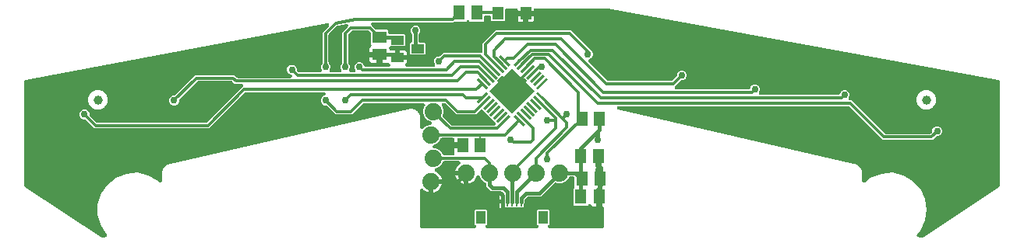
<source format=gbr>
G04 EAGLE Gerber RS-274X export*
G75*
%MOMM*%
%FSLAX34Y34*%
%LPD*%
%INTop Copper*%
%IPPOS*%
%AMOC8*
5,1,8,0,0,1.08239X$1,22.5*%
G01*
%ADD10R,0.250000X1.000000*%
%ADD11R,1.000000X1.340000*%
%ADD12C,1.879600*%
%ADD13R,1.300000X1.600000*%
%ADD14R,1.400000X1.000000*%
%ADD15R,1.600000X1.300000*%
%ADD16C,1.000000*%
%ADD17R,1.200000X1.400000*%
%ADD18R,0.300000X1.500000*%
%ADD19R,3.450000X3.450000*%
%ADD20C,0.406400*%
%ADD21C,0.304800*%
%ADD22C,0.756400*%
%ADD23C,0.203200*%

G36*
X996336Y250163D02*
X996336Y250163D01*
X996364Y250161D01*
X996537Y250183D01*
X996709Y250201D01*
X996736Y250209D01*
X996764Y250212D01*
X996928Y250268D01*
X997094Y250319D01*
X997119Y250332D01*
X997145Y250341D01*
X997435Y250502D01*
X1078935Y304835D01*
X1078955Y304851D01*
X1078977Y304864D01*
X1079110Y304979D01*
X1079246Y305090D01*
X1079262Y305110D01*
X1079282Y305127D01*
X1079390Y305266D01*
X1079501Y305402D01*
X1079513Y305425D01*
X1079528Y305445D01*
X1079607Y305603D01*
X1079689Y305758D01*
X1079696Y305782D01*
X1079708Y305805D01*
X1079753Y305976D01*
X1079803Y306144D01*
X1079806Y306169D01*
X1079812Y306194D01*
X1079839Y306525D01*
X1079839Y419846D01*
X1079836Y419880D01*
X1079838Y419915D01*
X1079816Y420080D01*
X1079799Y420246D01*
X1079789Y420280D01*
X1079785Y420314D01*
X1079730Y420472D01*
X1079681Y420631D01*
X1079665Y420662D01*
X1079653Y420695D01*
X1079569Y420839D01*
X1079489Y420985D01*
X1079467Y421012D01*
X1079450Y421042D01*
X1079339Y421166D01*
X1079232Y421295D01*
X1079205Y421316D01*
X1079181Y421342D01*
X1079048Y421443D01*
X1078918Y421547D01*
X1078887Y421563D01*
X1078859Y421584D01*
X1078708Y421656D01*
X1078561Y421732D01*
X1078527Y421742D01*
X1078496Y421757D01*
X1078175Y421844D01*
X654256Y499806D01*
X654237Y499807D01*
X654219Y499812D01*
X653888Y499839D01*
X575444Y499839D01*
X575426Y499837D01*
X575408Y499839D01*
X575226Y499818D01*
X575043Y499799D01*
X575026Y499794D01*
X575009Y499792D01*
X574834Y499735D01*
X574658Y499681D01*
X574643Y499673D01*
X574626Y499667D01*
X574466Y499577D01*
X574304Y499489D01*
X574291Y499478D01*
X574275Y499469D01*
X574136Y499349D01*
X573995Y499232D01*
X573984Y499218D01*
X573970Y499206D01*
X573858Y499061D01*
X573743Y498918D01*
X573735Y498902D01*
X573724Y498888D01*
X573642Y498723D01*
X573557Y498561D01*
X573552Y498544D01*
X573544Y498528D01*
X573497Y498349D01*
X573446Y498174D01*
X573444Y498156D01*
X573440Y498139D01*
X573413Y497808D01*
X573413Y497319D01*
X565840Y497319D01*
X565822Y497317D01*
X565805Y497319D01*
X565622Y497298D01*
X565440Y497279D01*
X565423Y497274D01*
X565405Y497272D01*
X565230Y497215D01*
X565055Y497161D01*
X565039Y497153D01*
X565022Y497147D01*
X564873Y497063D01*
X564819Y497090D01*
X564656Y497175D01*
X564639Y497180D01*
X564623Y497188D01*
X564445Y497235D01*
X564270Y497286D01*
X564252Y497288D01*
X564235Y497292D01*
X563904Y497319D01*
X556331Y497319D01*
X556331Y497808D01*
X556329Y497826D01*
X556331Y497844D01*
X556310Y498026D01*
X556291Y498209D01*
X556286Y498226D01*
X556284Y498243D01*
X556227Y498418D01*
X556173Y498594D01*
X556165Y498609D01*
X556159Y498626D01*
X556069Y498786D01*
X555981Y498948D01*
X555970Y498961D01*
X555961Y498977D01*
X555841Y499116D01*
X555724Y499257D01*
X555710Y499268D01*
X555698Y499282D01*
X555553Y499394D01*
X555410Y499509D01*
X555394Y499517D01*
X555380Y499528D01*
X555215Y499610D01*
X555053Y499695D01*
X555036Y499700D01*
X555020Y499708D01*
X554841Y499755D01*
X554666Y499806D01*
X554648Y499808D01*
X554631Y499812D01*
X554300Y499839D01*
X544428Y499839D01*
X544410Y499837D01*
X544392Y499839D01*
X544210Y499818D01*
X544027Y499799D01*
X544010Y499794D01*
X543993Y499792D01*
X543818Y499735D01*
X543642Y499681D01*
X543627Y499673D01*
X543610Y499667D01*
X543450Y499577D01*
X543288Y499489D01*
X543275Y499478D01*
X543259Y499469D01*
X543120Y499349D01*
X542979Y499232D01*
X542968Y499218D01*
X542954Y499206D01*
X542842Y499061D01*
X542727Y498918D01*
X542719Y498902D01*
X542708Y498888D01*
X542626Y498723D01*
X542541Y498561D01*
X542536Y498544D01*
X542528Y498528D01*
X542481Y498349D01*
X542430Y498174D01*
X542428Y498156D01*
X542424Y498139D01*
X542397Y497808D01*
X542397Y486688D01*
X541504Y485795D01*
X528240Y485795D01*
X527347Y486688D01*
X527347Y489912D01*
X527345Y489930D01*
X527347Y489948D01*
X527326Y490130D01*
X527307Y490313D01*
X527302Y490330D01*
X527300Y490347D01*
X527243Y490522D01*
X527189Y490698D01*
X527181Y490713D01*
X527175Y490730D01*
X527085Y490890D01*
X526997Y491052D01*
X526986Y491065D01*
X526977Y491081D01*
X526857Y491220D01*
X526740Y491361D01*
X526726Y491372D01*
X526714Y491386D01*
X526569Y491498D01*
X526426Y491613D01*
X526410Y491621D01*
X526396Y491632D01*
X526231Y491714D01*
X526069Y491799D01*
X526052Y491804D01*
X526036Y491812D01*
X525857Y491859D01*
X525682Y491910D01*
X525664Y491912D01*
X525647Y491916D01*
X525316Y491943D01*
X521684Y491943D01*
X521666Y491941D01*
X521648Y491943D01*
X521466Y491922D01*
X521283Y491903D01*
X521266Y491898D01*
X521249Y491896D01*
X521074Y491839D01*
X520898Y491785D01*
X520883Y491777D01*
X520866Y491771D01*
X520706Y491681D01*
X520544Y491593D01*
X520531Y491582D01*
X520515Y491573D01*
X520375Y491452D01*
X520235Y491336D01*
X520224Y491322D01*
X520210Y491310D01*
X520098Y491165D01*
X519983Y491022D01*
X519975Y491006D01*
X519964Y490992D01*
X519882Y490827D01*
X519797Y490665D01*
X519792Y490648D01*
X519784Y490632D01*
X519737Y490453D01*
X519686Y490278D01*
X519684Y490260D01*
X519680Y490243D01*
X519653Y489912D01*
X519653Y486360D01*
X518760Y485467D01*
X504496Y485467D01*
X503564Y486399D01*
X503551Y486411D01*
X503539Y486424D01*
X503394Y486539D01*
X503253Y486654D01*
X503237Y486663D01*
X503223Y486674D01*
X503059Y486757D01*
X502897Y486843D01*
X502880Y486848D01*
X502864Y486856D01*
X502687Y486906D01*
X502511Y486958D01*
X502493Y486959D01*
X502476Y486964D01*
X502293Y486978D01*
X502110Y486994D01*
X502092Y486992D01*
X502075Y486994D01*
X501893Y486971D01*
X501710Y486951D01*
X501693Y486945D01*
X501675Y486943D01*
X501502Y486885D01*
X501326Y486829D01*
X501310Y486821D01*
X501294Y486815D01*
X501135Y486724D01*
X500974Y486635D01*
X500960Y486623D01*
X500945Y486614D01*
X500692Y486399D01*
X499760Y485467D01*
X488256Y485467D01*
X488230Y485465D01*
X488203Y485467D01*
X488029Y485445D01*
X487856Y485427D01*
X487830Y485419D01*
X487803Y485416D01*
X487638Y485361D01*
X487471Y485309D01*
X487447Y485296D01*
X487422Y485288D01*
X487270Y485200D01*
X487117Y485117D01*
X487096Y485100D01*
X487073Y485087D01*
X486820Y484872D01*
X486579Y484631D01*
X447013Y484631D01*
X447009Y484631D01*
X447004Y484631D01*
X446810Y484611D01*
X446612Y484591D01*
X446608Y484590D01*
X446604Y484590D01*
X446416Y484531D01*
X446228Y484473D01*
X446224Y484471D01*
X446219Y484470D01*
X446045Y484374D01*
X445874Y484281D01*
X445870Y484279D01*
X445866Y484276D01*
X445711Y484146D01*
X445564Y484024D01*
X445562Y484020D01*
X445558Y484017D01*
X445435Y483862D01*
X445312Y483710D01*
X445310Y483706D01*
X445307Y483702D01*
X445215Y483524D01*
X445126Y483353D01*
X445125Y483348D01*
X445123Y483344D01*
X445068Y483151D01*
X445015Y482966D01*
X445015Y482961D01*
X445013Y482957D01*
X445007Y482869D01*
X444989Y483027D01*
X444987Y483031D01*
X444987Y483035D01*
X444926Y483221D01*
X444866Y483410D01*
X444863Y483414D01*
X444862Y483418D01*
X444765Y483590D01*
X444669Y483762D01*
X444666Y483765D01*
X444664Y483769D01*
X444536Y483917D01*
X444407Y484067D01*
X444404Y484070D01*
X444401Y484074D01*
X444246Y484194D01*
X444090Y484316D01*
X444086Y484318D01*
X444083Y484320D01*
X443907Y484408D01*
X443731Y484496D01*
X443726Y484498D01*
X443722Y484500D01*
X443531Y484551D01*
X443342Y484603D01*
X443338Y484603D01*
X443334Y484604D01*
X443003Y484631D01*
X398772Y484631D01*
X398763Y484630D01*
X398754Y484631D01*
X398563Y484610D01*
X398372Y484591D01*
X398363Y484589D01*
X398354Y484588D01*
X398172Y484530D01*
X397987Y484473D01*
X397979Y484469D01*
X397970Y484466D01*
X397802Y484373D01*
X397633Y484281D01*
X397626Y484276D01*
X397618Y484271D01*
X397470Y484146D01*
X397323Y484024D01*
X397318Y484017D01*
X397311Y484011D01*
X397191Y483859D01*
X397071Y483710D01*
X397067Y483702D01*
X397061Y483695D01*
X396974Y483523D01*
X396885Y483353D01*
X396883Y483344D01*
X396879Y483336D01*
X396827Y483150D01*
X396774Y482966D01*
X396773Y482957D01*
X396771Y482948D01*
X396757Y482756D01*
X396741Y482564D01*
X396742Y482556D01*
X396742Y482547D01*
X396766Y482353D01*
X396788Y482165D01*
X396791Y482156D01*
X396792Y482147D01*
X396853Y481964D01*
X396913Y481782D01*
X396917Y481774D01*
X396920Y481766D01*
X397016Y481600D01*
X397111Y481431D01*
X397117Y481424D01*
X397121Y481417D01*
X397336Y481164D01*
X399296Y479204D01*
X401620Y476880D01*
X401641Y476863D01*
X401658Y476842D01*
X401796Y476735D01*
X401931Y476625D01*
X401955Y476612D01*
X401976Y476596D01*
X402133Y476518D01*
X402287Y476436D01*
X402313Y476428D01*
X402337Y476416D01*
X402506Y476371D01*
X402673Y476321D01*
X402700Y476319D01*
X402725Y476312D01*
X403056Y476285D01*
X414560Y476285D01*
X415453Y475392D01*
X415453Y473848D01*
X415455Y473830D01*
X415453Y473812D01*
X415474Y473630D01*
X415493Y473447D01*
X415498Y473430D01*
X415500Y473413D01*
X415557Y473238D01*
X415611Y473062D01*
X415619Y473047D01*
X415625Y473030D01*
X415715Y472870D01*
X415803Y472708D01*
X415814Y472695D01*
X415823Y472679D01*
X415943Y472540D01*
X416060Y472399D01*
X416074Y472388D01*
X416086Y472374D01*
X416231Y472262D01*
X416374Y472147D01*
X416390Y472139D01*
X416404Y472128D01*
X416569Y472046D01*
X416731Y471961D01*
X416748Y471956D01*
X416764Y471948D01*
X416943Y471901D01*
X417118Y471850D01*
X417136Y471848D01*
X417153Y471844D01*
X417484Y471817D01*
X424601Y471817D01*
X424747Y471773D01*
X424774Y471771D01*
X424800Y471764D01*
X425131Y471737D01*
X433416Y471737D01*
X434309Y470844D01*
X434309Y459580D01*
X433416Y458687D01*
X418421Y458687D01*
X418339Y458679D01*
X418257Y458681D01*
X418139Y458659D01*
X418021Y458647D01*
X417942Y458623D01*
X417861Y458609D01*
X417750Y458564D01*
X417636Y458529D01*
X417563Y458490D01*
X417487Y458460D01*
X417387Y458394D01*
X417282Y458337D01*
X417219Y458285D01*
X417150Y458240D01*
X417064Y458156D01*
X416972Y458080D01*
X416921Y458016D01*
X416862Y457958D01*
X416795Y457859D01*
X416720Y457766D01*
X416682Y457693D01*
X416636Y457625D01*
X416590Y457515D01*
X416535Y457409D01*
X416512Y457330D01*
X416480Y457254D01*
X416456Y457137D01*
X416423Y457022D01*
X416416Y456940D01*
X416400Y456859D01*
X416400Y456740D01*
X416390Y456620D01*
X416400Y456539D01*
X416400Y456457D01*
X416427Y456306D01*
X416437Y456221D01*
X416450Y456182D01*
X416459Y456130D01*
X416469Y456094D01*
X416469Y455784D01*
X416471Y455766D01*
X416469Y455748D01*
X416490Y455566D01*
X416509Y455383D01*
X416514Y455366D01*
X416516Y455349D01*
X416573Y455174D01*
X416627Y454998D01*
X416635Y454983D01*
X416641Y454966D01*
X416731Y454806D01*
X416819Y454644D01*
X416830Y454631D01*
X416839Y454615D01*
X416959Y454476D01*
X417076Y454335D01*
X417090Y454324D01*
X417102Y454310D01*
X417247Y454198D01*
X417390Y454083D01*
X417406Y454075D01*
X417420Y454064D01*
X417585Y453982D01*
X417747Y453897D01*
X417764Y453892D01*
X417780Y453884D01*
X417959Y453837D01*
X418134Y453786D01*
X418152Y453784D01*
X418169Y453780D01*
X418500Y453753D01*
X423285Y453753D01*
X423285Y446680D01*
X423286Y446662D01*
X423285Y446645D01*
X423306Y446462D01*
X423325Y446280D01*
X423330Y446263D01*
X423332Y446245D01*
X423389Y446070D01*
X423443Y445895D01*
X423451Y445879D01*
X423457Y445862D01*
X423547Y445702D01*
X423634Y445541D01*
X423646Y445527D01*
X423655Y445511D01*
X423775Y445372D01*
X423892Y445231D01*
X423906Y445220D01*
X423918Y445207D01*
X424063Y445094D01*
X424206Y444979D01*
X424222Y444971D01*
X424236Y444960D01*
X424401Y444878D01*
X424428Y444864D01*
X424483Y444766D01*
X424571Y444604D01*
X424582Y444591D01*
X424591Y444575D01*
X424711Y444436D01*
X424829Y444295D01*
X424842Y444284D01*
X424854Y444270D01*
X424999Y444158D01*
X425142Y444043D01*
X425158Y444035D01*
X425172Y444024D01*
X425337Y443942D01*
X425500Y443857D01*
X425517Y443852D01*
X425533Y443844D01*
X425711Y443796D01*
X425886Y443746D01*
X425904Y443744D01*
X425921Y443740D01*
X426252Y443713D01*
X435325Y443713D01*
X435325Y440877D01*
X435152Y440231D01*
X434817Y439652D01*
X434497Y439332D01*
X434492Y439325D01*
X434485Y439320D01*
X434364Y439170D01*
X434242Y439021D01*
X434238Y439013D01*
X434233Y439006D01*
X434144Y438835D01*
X434054Y438665D01*
X434051Y438656D01*
X434047Y438649D01*
X433994Y438465D01*
X433939Y438279D01*
X433938Y438270D01*
X433936Y438262D01*
X433920Y438071D01*
X433903Y437878D01*
X433904Y437869D01*
X433903Y437860D01*
X433925Y437671D01*
X433946Y437478D01*
X433949Y437469D01*
X433950Y437461D01*
X434010Y437277D01*
X434067Y437094D01*
X434072Y437086D01*
X434075Y437078D01*
X434170Y436909D01*
X434262Y436742D01*
X434268Y436735D01*
X434272Y436727D01*
X434399Y436581D01*
X434523Y436435D01*
X434530Y436429D01*
X434536Y436422D01*
X434687Y436305D01*
X434839Y436185D01*
X434847Y436181D01*
X434854Y436176D01*
X435026Y436090D01*
X435198Y436003D01*
X435206Y436000D01*
X435214Y435996D01*
X435402Y435946D01*
X435585Y435895D01*
X435594Y435894D01*
X435603Y435892D01*
X435934Y435865D01*
X464479Y435865D01*
X464488Y435866D01*
X464497Y435865D01*
X464688Y435886D01*
X464879Y435905D01*
X464888Y435907D01*
X464897Y435908D01*
X465081Y435966D01*
X465264Y436023D01*
X465272Y436027D01*
X465281Y436030D01*
X465449Y436123D01*
X465618Y436215D01*
X465625Y436220D01*
X465633Y436225D01*
X465781Y436350D01*
X465927Y436472D01*
X465933Y436479D01*
X465940Y436485D01*
X466060Y436637D01*
X466180Y436786D01*
X466184Y436794D01*
X466190Y436801D01*
X466277Y436973D01*
X466365Y437143D01*
X466368Y437152D01*
X466372Y437160D01*
X466424Y437346D01*
X466477Y437530D01*
X466477Y437539D01*
X466480Y437548D01*
X466494Y437739D01*
X466509Y437932D01*
X466508Y437941D01*
X466509Y437950D01*
X466485Y438141D01*
X466463Y438331D01*
X466460Y438340D01*
X466459Y438349D01*
X466397Y438532D01*
X466338Y438714D01*
X466333Y438722D01*
X466330Y438731D01*
X466234Y438898D01*
X466174Y439005D01*
X465317Y441072D01*
X465317Y443184D01*
X466125Y445134D01*
X467618Y446627D01*
X469364Y447350D01*
X469568Y447435D01*
X470778Y447435D01*
X470804Y447437D01*
X470831Y447435D01*
X471005Y447457D01*
X471178Y447475D01*
X471204Y447482D01*
X471231Y447486D01*
X471396Y447541D01*
X471563Y447593D01*
X471587Y447606D01*
X471612Y447614D01*
X471764Y447701D01*
X471917Y447785D01*
X471938Y447802D01*
X471961Y447815D01*
X472214Y448030D01*
X475289Y451105D01*
X516128Y451105D01*
X516146Y451107D01*
X516164Y451105D01*
X516346Y451126D01*
X516529Y451145D01*
X516546Y451150D01*
X516563Y451152D01*
X516738Y451209D01*
X516914Y451263D01*
X516929Y451271D01*
X516946Y451277D01*
X517106Y451367D01*
X517268Y451455D01*
X517281Y451466D01*
X517297Y451475D01*
X517436Y451595D01*
X517577Y451712D01*
X517588Y451726D01*
X517602Y451738D01*
X517714Y451883D01*
X517829Y452026D01*
X517837Y452042D01*
X517848Y452056D01*
X517930Y452221D01*
X518015Y452383D01*
X518020Y452400D01*
X518028Y452416D01*
X518075Y452595D01*
X518126Y452770D01*
X518128Y452788D01*
X518132Y452805D01*
X518159Y453136D01*
X518159Y461511D01*
X532137Y475489D01*
X613911Y475489D01*
X634932Y454467D01*
X634956Y454448D01*
X634977Y454424D01*
X635112Y454320D01*
X635244Y454212D01*
X635271Y454198D01*
X635296Y454179D01*
X635440Y454104D01*
X636987Y452558D01*
X637017Y452507D01*
X637079Y452390D01*
X637082Y452381D01*
X637086Y452350D01*
X637187Y452034D01*
X637767Y450636D01*
X637767Y448524D01*
X636959Y446574D01*
X635466Y445081D01*
X633758Y444374D01*
X633746Y444367D01*
X633733Y444363D01*
X633568Y444272D01*
X633403Y444183D01*
X633393Y444175D01*
X633381Y444168D01*
X633238Y444047D01*
X633093Y443927D01*
X633084Y443917D01*
X633074Y443908D01*
X632957Y443760D01*
X632839Y443614D01*
X632833Y443603D01*
X632824Y443592D01*
X632739Y443424D01*
X632652Y443258D01*
X632648Y443245D01*
X632642Y443233D01*
X632591Y443051D01*
X632539Y442871D01*
X632538Y442858D01*
X632534Y442845D01*
X632520Y442656D01*
X632504Y442470D01*
X632506Y442457D01*
X632505Y442444D01*
X632528Y442255D01*
X632549Y442070D01*
X632553Y442058D01*
X632555Y442044D01*
X632615Y441865D01*
X632672Y441687D01*
X632679Y441675D01*
X632683Y441663D01*
X632777Y441499D01*
X632869Y441335D01*
X632877Y441325D01*
X632884Y441314D01*
X633099Y441061D01*
X652940Y421220D01*
X652961Y421203D01*
X652978Y421182D01*
X653116Y421075D01*
X653251Y420965D01*
X653275Y420952D01*
X653296Y420936D01*
X653453Y420858D01*
X653607Y420776D01*
X653633Y420768D01*
X653657Y420756D01*
X653826Y420711D01*
X653993Y420661D01*
X654020Y420659D01*
X654045Y420652D01*
X654376Y420625D01*
X723320Y420625D01*
X723346Y420627D01*
X723373Y420625D01*
X723547Y420647D01*
X723720Y420665D01*
X723746Y420672D01*
X723773Y420676D01*
X723938Y420731D01*
X724105Y420783D01*
X724129Y420796D01*
X724154Y420804D01*
X724306Y420891D01*
X724459Y420975D01*
X724480Y420992D01*
X724503Y421005D01*
X724756Y421220D01*
X728666Y425130D01*
X728683Y425151D01*
X728704Y425168D01*
X728811Y425306D01*
X728921Y425441D01*
X728934Y425465D01*
X728950Y425486D01*
X729028Y425643D01*
X729110Y425797D01*
X729118Y425823D01*
X729130Y425847D01*
X729175Y426016D01*
X729225Y426183D01*
X729227Y426210D01*
X729234Y426235D01*
X729261Y426566D01*
X729261Y427776D01*
X730069Y429726D01*
X731562Y431219D01*
X733512Y432027D01*
X735624Y432027D01*
X737574Y431219D01*
X739067Y429726D01*
X739875Y427776D01*
X739875Y425664D01*
X739067Y423714D01*
X737574Y422221D01*
X735624Y421413D01*
X734414Y421413D01*
X734388Y421411D01*
X734361Y421413D01*
X734187Y421391D01*
X734014Y421373D01*
X733988Y421366D01*
X733961Y421362D01*
X733796Y421307D01*
X733629Y421255D01*
X733605Y421242D01*
X733580Y421234D01*
X733428Y421147D01*
X733275Y421063D01*
X733254Y421046D01*
X733231Y421033D01*
X732978Y420818D01*
X727108Y414948D01*
X727102Y414941D01*
X727095Y414936D01*
X726975Y414786D01*
X726853Y414637D01*
X726849Y414629D01*
X726843Y414622D01*
X726755Y414452D01*
X726664Y414281D01*
X726662Y414272D01*
X726657Y414265D01*
X726604Y414079D01*
X726549Y413895D01*
X726549Y413886D01*
X726546Y413878D01*
X726530Y413686D01*
X726513Y413494D01*
X726514Y413485D01*
X726513Y413476D01*
X726535Y413287D01*
X726556Y413094D01*
X726559Y413085D01*
X726560Y413077D01*
X726619Y412895D01*
X726678Y412710D01*
X726682Y412702D01*
X726685Y412694D01*
X726780Y412525D01*
X726873Y412358D01*
X726878Y412351D01*
X726883Y412343D01*
X727010Y412196D01*
X727133Y412051D01*
X727140Y412045D01*
X727146Y412038D01*
X727297Y411921D01*
X727449Y411801D01*
X727457Y411797D01*
X727464Y411792D01*
X727636Y411706D01*
X727808Y411619D01*
X727817Y411616D01*
X727825Y411612D01*
X728011Y411562D01*
X728196Y411511D01*
X728205Y411510D01*
X728213Y411508D01*
X728544Y411481D01*
X806715Y411481D01*
X806737Y411483D01*
X806760Y411481D01*
X806937Y411503D01*
X807116Y411521D01*
X807137Y411527D01*
X807159Y411530D01*
X807329Y411586D01*
X807501Y411639D01*
X807520Y411649D01*
X807541Y411656D01*
X807697Y411745D01*
X807855Y411831D01*
X807872Y411845D01*
X807891Y411856D01*
X808026Y411973D01*
X808164Y412088D01*
X808178Y412106D01*
X808195Y412120D01*
X808304Y412262D01*
X808416Y412402D01*
X808427Y412422D01*
X808440Y412440D01*
X808592Y412735D01*
X809317Y414486D01*
X810810Y415979D01*
X812760Y416787D01*
X814872Y416787D01*
X816822Y415979D01*
X818315Y414486D01*
X819123Y412536D01*
X819123Y410424D01*
X818199Y408193D01*
X818195Y408180D01*
X818189Y408169D01*
X818137Y407989D01*
X818082Y407808D01*
X818081Y407795D01*
X818077Y407782D01*
X818062Y407594D01*
X818044Y407407D01*
X818045Y407394D01*
X818044Y407380D01*
X818066Y407194D01*
X818086Y407007D01*
X818090Y406994D01*
X818091Y406981D01*
X818149Y406802D01*
X818205Y406622D01*
X818212Y406611D01*
X818216Y406598D01*
X818309Y406433D01*
X818399Y406269D01*
X818407Y406259D01*
X818414Y406247D01*
X818537Y406105D01*
X818658Y405961D01*
X818668Y405953D01*
X818677Y405942D01*
X818825Y405828D01*
X818973Y405710D01*
X818985Y405704D01*
X818995Y405696D01*
X819163Y405612D01*
X819331Y405526D01*
X819344Y405522D01*
X819356Y405516D01*
X819538Y405467D01*
X819718Y405416D01*
X819731Y405415D01*
X819744Y405412D01*
X820075Y405385D01*
X904251Y405385D01*
X904273Y405387D01*
X904296Y405385D01*
X904473Y405407D01*
X904652Y405425D01*
X904673Y405431D01*
X904695Y405434D01*
X904865Y405490D01*
X905037Y405543D01*
X905056Y405553D01*
X905077Y405560D01*
X905233Y405649D01*
X905391Y405735D01*
X905408Y405749D01*
X905427Y405760D01*
X905563Y405878D01*
X905700Y405992D01*
X905714Y406010D01*
X905731Y406024D01*
X905840Y406167D01*
X905952Y406306D01*
X905962Y406326D01*
X905976Y406343D01*
X906128Y406639D01*
X906853Y408390D01*
X908346Y409883D01*
X910296Y410691D01*
X912408Y410691D01*
X914358Y409883D01*
X915851Y408390D01*
X916659Y406440D01*
X916659Y404328D01*
X915735Y402097D01*
X915731Y402084D01*
X915725Y402073D01*
X915673Y401893D01*
X915618Y401712D01*
X915617Y401699D01*
X915613Y401686D01*
X915598Y401498D01*
X915580Y401311D01*
X915581Y401298D01*
X915580Y401284D01*
X915602Y401098D01*
X915622Y400911D01*
X915626Y400898D01*
X915627Y400885D01*
X915685Y400706D01*
X915741Y400526D01*
X915748Y400515D01*
X915752Y400502D01*
X915845Y400337D01*
X915935Y400173D01*
X915943Y400163D01*
X915950Y400151D01*
X916073Y400009D01*
X916194Y399865D01*
X916204Y399857D01*
X916213Y399846D01*
X916361Y399732D01*
X916509Y399614D01*
X916521Y399608D01*
X916531Y399600D01*
X916699Y399516D01*
X916867Y399430D01*
X916880Y399426D01*
X916892Y399420D01*
X917074Y399371D01*
X917254Y399320D01*
X917267Y399319D01*
X917280Y399316D01*
X917611Y399289D01*
X918711Y399289D01*
X954692Y363308D01*
X954713Y363291D01*
X954730Y363270D01*
X954868Y363163D01*
X955003Y363053D01*
X955027Y363040D01*
X955048Y363024D01*
X955205Y362946D01*
X955359Y362864D01*
X955385Y362856D01*
X955409Y362844D01*
X955578Y362799D01*
X955745Y362749D01*
X955772Y362747D01*
X955797Y362740D01*
X956128Y362713D01*
X1003736Y362713D01*
X1003762Y362715D01*
X1003789Y362713D01*
X1003963Y362735D01*
X1004136Y362753D01*
X1004162Y362760D01*
X1004189Y362764D01*
X1004354Y362819D01*
X1004521Y362871D01*
X1004545Y362884D01*
X1004570Y362892D01*
X1004722Y362979D01*
X1004875Y363063D01*
X1004896Y363080D01*
X1004919Y363093D01*
X1005172Y363308D01*
X1006034Y364170D01*
X1006051Y364191D01*
X1006072Y364208D01*
X1006179Y364346D01*
X1006289Y364481D01*
X1006302Y364505D01*
X1006318Y364526D01*
X1006396Y364683D01*
X1006478Y364837D01*
X1006486Y364863D01*
X1006498Y364887D01*
X1006543Y365056D01*
X1006593Y365223D01*
X1006595Y365250D01*
X1006602Y365275D01*
X1006629Y365606D01*
X1006629Y366816D01*
X1007437Y368766D01*
X1008930Y370259D01*
X1010880Y371067D01*
X1012992Y371067D01*
X1014942Y370259D01*
X1016435Y368766D01*
X1017243Y366816D01*
X1017243Y364704D01*
X1016435Y362754D01*
X1014942Y361261D01*
X1012992Y360453D01*
X1011782Y360453D01*
X1011756Y360451D01*
X1011729Y360453D01*
X1011555Y360431D01*
X1011382Y360413D01*
X1011356Y360406D01*
X1011329Y360402D01*
X1011164Y360347D01*
X1010997Y360295D01*
X1010973Y360282D01*
X1010948Y360274D01*
X1010796Y360187D01*
X1010643Y360103D01*
X1010622Y360086D01*
X1010599Y360073D01*
X1010346Y359858D01*
X1007103Y356615D01*
X952761Y356615D01*
X916780Y392596D01*
X916759Y392613D01*
X916742Y392634D01*
X916604Y392741D01*
X916469Y392851D01*
X916445Y392864D01*
X916424Y392880D01*
X916267Y392958D01*
X916113Y393040D01*
X916087Y393048D01*
X916063Y393060D01*
X915894Y393105D01*
X915727Y393155D01*
X915700Y393157D01*
X915675Y393164D01*
X915344Y393191D01*
X665860Y393191D01*
X665688Y393174D01*
X665516Y393162D01*
X665488Y393154D01*
X665460Y393151D01*
X665294Y393101D01*
X665128Y393055D01*
X665102Y393042D01*
X665075Y393033D01*
X664923Y392951D01*
X664769Y392873D01*
X664746Y392855D01*
X664721Y392841D01*
X664588Y392731D01*
X664452Y392624D01*
X664434Y392602D01*
X664411Y392584D01*
X664303Y392449D01*
X664191Y392318D01*
X664177Y392292D01*
X664159Y392270D01*
X664080Y392117D01*
X663996Y391966D01*
X663987Y391938D01*
X663974Y391913D01*
X663926Y391747D01*
X663873Y391582D01*
X663870Y391554D01*
X663862Y391526D01*
X663848Y391353D01*
X663829Y391182D01*
X663832Y391153D01*
X663829Y391124D01*
X663850Y390953D01*
X663865Y390781D01*
X663873Y390753D01*
X663876Y390725D01*
X663930Y390560D01*
X663979Y390395D01*
X663992Y390369D01*
X664001Y390342D01*
X664086Y390191D01*
X664167Y390039D01*
X664185Y390016D01*
X664199Y389991D01*
X664312Y389860D01*
X664421Y389727D01*
X664443Y389708D01*
X664462Y389687D01*
X664598Y389581D01*
X664732Y389471D01*
X664758Y389457D01*
X664780Y389440D01*
X664935Y389363D01*
X665087Y389282D01*
X665118Y389272D01*
X665141Y389260D01*
X665223Y389238D01*
X665404Y389181D01*
X920932Y330213D01*
X920995Y330205D01*
X921058Y330188D01*
X921247Y330172D01*
X921331Y330162D01*
X921357Y330163D01*
X921389Y330161D01*
X922021Y330161D01*
X922952Y329775D01*
X922954Y329774D01*
X922956Y329773D01*
X923272Y329673D01*
X924254Y329446D01*
X924769Y329079D01*
X924825Y329047D01*
X924876Y329007D01*
X925045Y328921D01*
X925118Y328879D01*
X925143Y328871D01*
X925171Y328856D01*
X925756Y328614D01*
X926468Y327902D01*
X926470Y327900D01*
X926471Y327898D01*
X926725Y327684D01*
X927545Y327099D01*
X927880Y326563D01*
X927920Y326512D01*
X927952Y326456D01*
X928075Y326311D01*
X928127Y326244D01*
X928146Y326227D01*
X928167Y326203D01*
X928614Y325756D01*
X928999Y324825D01*
X929000Y324823D01*
X929001Y324820D01*
X929154Y324526D01*
X929687Y323671D01*
X929792Y323047D01*
X929809Y322985D01*
X929817Y322921D01*
X929875Y322740D01*
X929897Y322659D01*
X929909Y322636D01*
X929919Y322605D01*
X930161Y322021D01*
X930161Y321014D01*
X930161Y321011D01*
X930161Y321009D01*
X930189Y320678D01*
X930355Y319685D01*
X930213Y319068D01*
X930205Y319005D01*
X930188Y318942D01*
X930172Y318752D01*
X930162Y318669D01*
X930163Y318643D01*
X930161Y318611D01*
X930161Y311794D01*
X930170Y311698D01*
X930170Y311601D01*
X930190Y311498D01*
X930201Y311393D01*
X930229Y311301D01*
X930248Y311206D01*
X930288Y311109D01*
X930319Y311008D01*
X930365Y310923D01*
X930402Y310834D01*
X930460Y310747D01*
X930511Y310654D01*
X930572Y310580D01*
X930626Y310500D01*
X930701Y310426D01*
X930768Y310345D01*
X930844Y310284D01*
X930912Y310216D01*
X931000Y310158D01*
X931082Y310093D01*
X931168Y310048D01*
X931249Y309995D01*
X931346Y309955D01*
X931439Y309907D01*
X931532Y309880D01*
X931622Y309844D01*
X931725Y309825D01*
X931826Y309796D01*
X931923Y309788D01*
X932018Y309770D01*
X932123Y309771D01*
X932228Y309763D01*
X932324Y309774D01*
X932420Y309775D01*
X932523Y309797D01*
X932627Y309810D01*
X932719Y309840D01*
X932814Y309860D01*
X932910Y309902D01*
X933010Y309935D01*
X933094Y309982D01*
X933183Y310021D01*
X933290Y310092D01*
X933361Y310132D01*
X933400Y310167D01*
X933458Y310206D01*
X939691Y315176D01*
X950962Y319599D01*
X963035Y320504D01*
X974839Y317810D01*
X985325Y311756D01*
X993560Y302881D01*
X998813Y291972D01*
X1000618Y280000D01*
X998813Y268028D01*
X993560Y257119D01*
X990270Y253574D01*
X990166Y253436D01*
X990058Y253302D01*
X990045Y253276D01*
X990027Y253253D01*
X989952Y253098D01*
X989872Y252945D01*
X989864Y252917D01*
X989852Y252890D01*
X989809Y252723D01*
X989761Y252558D01*
X989759Y252529D01*
X989751Y252500D01*
X989742Y252328D01*
X989728Y252156D01*
X989732Y252127D01*
X989730Y252098D01*
X989755Y251928D01*
X989775Y251757D01*
X989784Y251729D01*
X989788Y251700D01*
X989846Y251538D01*
X989900Y251374D01*
X989914Y251348D01*
X989924Y251321D01*
X990013Y251174D01*
X990098Y251023D01*
X990117Y251001D01*
X990132Y250976D01*
X990248Y250849D01*
X990361Y250718D01*
X990384Y250701D01*
X990404Y250679D01*
X990543Y250577D01*
X990679Y250472D01*
X990705Y250459D01*
X990729Y250441D01*
X990885Y250369D01*
X991040Y250292D01*
X991068Y250285D01*
X991094Y250273D01*
X991262Y250233D01*
X991428Y250188D01*
X991461Y250185D01*
X991486Y250179D01*
X991571Y250176D01*
X991759Y250161D01*
X996309Y250161D01*
X996336Y250163D01*
G37*
G36*
X107911Y250163D02*
X107911Y250163D01*
X107931Y250161D01*
X108111Y250183D01*
X108291Y250201D01*
X108310Y250207D01*
X108331Y250209D01*
X108503Y250266D01*
X108676Y250319D01*
X108694Y250329D01*
X108713Y250335D01*
X108870Y250424D01*
X109030Y250511D01*
X109045Y250524D01*
X109063Y250534D01*
X109200Y250653D01*
X109339Y250768D01*
X109352Y250784D01*
X109367Y250798D01*
X109478Y250941D01*
X109591Y251082D01*
X109601Y251100D01*
X109613Y251117D01*
X109694Y251280D01*
X109777Y251439D01*
X109782Y251459D01*
X109792Y251478D01*
X109838Y251653D01*
X109888Y251826D01*
X109890Y251847D01*
X109895Y251867D01*
X109906Y252047D01*
X109921Y252228D01*
X109919Y252248D01*
X109920Y252269D01*
X109895Y252448D01*
X109874Y252627D01*
X109868Y252647D01*
X109865Y252668D01*
X109805Y252838D01*
X109749Y253010D01*
X109739Y253028D01*
X109732Y253048D01*
X109568Y253336D01*
X103405Y262377D01*
X99836Y273946D01*
X99836Y286054D01*
X103405Y297623D01*
X110225Y307627D01*
X119691Y315176D01*
X130962Y319599D01*
X143035Y320504D01*
X154839Y317810D01*
X165325Y311756D01*
X166319Y310685D01*
X166354Y310654D01*
X166384Y310617D01*
X166505Y310521D01*
X166621Y310418D01*
X166661Y310395D01*
X166698Y310365D01*
X166835Y310294D01*
X166969Y310216D01*
X167014Y310201D01*
X167055Y310180D01*
X167204Y310137D01*
X167350Y310087D01*
X167397Y310081D01*
X167442Y310068D01*
X167597Y310056D01*
X167750Y310036D01*
X167797Y310039D01*
X167844Y310035D01*
X167997Y310053D01*
X168151Y310064D01*
X168197Y310077D01*
X168243Y310082D01*
X168390Y310130D01*
X168540Y310171D01*
X168581Y310193D01*
X168626Y310207D01*
X168761Y310283D01*
X168899Y310353D01*
X168936Y310382D01*
X168977Y310405D01*
X169094Y310506D01*
X169215Y310602D01*
X169246Y310637D01*
X169282Y310668D01*
X169376Y310790D01*
X169477Y310908D01*
X169500Y310949D01*
X169528Y310986D01*
X169597Y311125D01*
X169672Y311260D01*
X169687Y311305D01*
X169708Y311347D01*
X169748Y311496D01*
X169795Y311643D01*
X169800Y311690D01*
X169812Y311736D01*
X169833Y311984D01*
X169839Y312044D01*
X169838Y312054D01*
X169839Y312066D01*
X169839Y318611D01*
X169833Y318675D01*
X169835Y318740D01*
X169808Y318928D01*
X169799Y319012D01*
X169792Y319037D01*
X169787Y319068D01*
X169645Y319685D01*
X169811Y320678D01*
X169812Y320681D01*
X169812Y320683D01*
X169839Y321014D01*
X169839Y322021D01*
X170081Y322605D01*
X170100Y322667D01*
X170127Y322726D01*
X170173Y322910D01*
X170198Y322991D01*
X170200Y323016D01*
X170208Y323047D01*
X170313Y323671D01*
X170846Y324526D01*
X170848Y324528D01*
X170849Y324530D01*
X171001Y324825D01*
X171386Y325756D01*
X171833Y326203D01*
X171874Y326253D01*
X171921Y326297D01*
X172035Y326449D01*
X172089Y326514D01*
X172100Y326537D01*
X172120Y326563D01*
X172455Y327099D01*
X173275Y327684D01*
X173277Y327686D01*
X173279Y327687D01*
X173532Y327902D01*
X174244Y328614D01*
X174829Y328856D01*
X174886Y328886D01*
X174946Y328909D01*
X175109Y329006D01*
X175184Y329046D01*
X175203Y329062D01*
X175231Y329079D01*
X175746Y329446D01*
X176728Y329673D01*
X176730Y329673D01*
X176732Y329674D01*
X177048Y329775D01*
X177979Y330161D01*
X178611Y330161D01*
X178676Y330167D01*
X178740Y330165D01*
X178928Y330192D01*
X179012Y330201D01*
X179036Y330208D01*
X179068Y330213D01*
X436728Y389673D01*
X436730Y389673D01*
X436732Y389674D01*
X437048Y389775D01*
X437979Y390161D01*
X438611Y390161D01*
X438676Y390167D01*
X438740Y390165D01*
X438928Y390192D01*
X439012Y390201D01*
X439037Y390208D01*
X439068Y390213D01*
X439685Y390355D01*
X440678Y390189D01*
X440681Y390188D01*
X440683Y390188D01*
X441014Y390161D01*
X442021Y390161D01*
X442605Y389919D01*
X442667Y389900D01*
X442726Y389873D01*
X442910Y389827D01*
X442991Y389802D01*
X443016Y389800D01*
X443047Y389792D01*
X443671Y389687D01*
X444526Y389154D01*
X444528Y389152D01*
X444530Y389151D01*
X444825Y388999D01*
X445756Y388614D01*
X446203Y388167D01*
X446253Y388126D01*
X446297Y388079D01*
X446449Y387965D01*
X446514Y387912D01*
X446537Y387900D01*
X446563Y387880D01*
X447099Y387545D01*
X447684Y386725D01*
X447686Y386723D01*
X447687Y386721D01*
X447902Y386468D01*
X448614Y385756D01*
X448856Y385171D01*
X448886Y385114D01*
X448909Y385054D01*
X449006Y384891D01*
X449046Y384816D01*
X449062Y384797D01*
X449079Y384769D01*
X449446Y384254D01*
X449673Y383272D01*
X449673Y383270D01*
X449674Y383268D01*
X449775Y382952D01*
X450161Y382021D01*
X450161Y381389D01*
X450167Y381324D01*
X450165Y381260D01*
X450192Y381072D01*
X450201Y380988D01*
X450208Y380963D01*
X450213Y380932D01*
X450355Y380315D01*
X450189Y379322D01*
X450188Y379319D01*
X450188Y379317D01*
X450161Y378986D01*
X450161Y370182D01*
X450162Y370173D01*
X450161Y370164D01*
X450182Y369970D01*
X450201Y369781D01*
X450203Y369772D01*
X450204Y369764D01*
X450262Y369581D01*
X450319Y369396D01*
X450323Y369388D01*
X450326Y369380D01*
X450419Y369211D01*
X450511Y369042D01*
X450516Y369035D01*
X450521Y369027D01*
X450645Y368880D01*
X450768Y368733D01*
X450775Y368727D01*
X450781Y368720D01*
X450932Y368601D01*
X451082Y368481D01*
X451090Y368476D01*
X451097Y368471D01*
X451270Y368383D01*
X451439Y368295D01*
X451448Y368293D01*
X451456Y368288D01*
X451642Y368237D01*
X451826Y368184D01*
X451835Y368183D01*
X451844Y368180D01*
X452037Y368166D01*
X452228Y368151D01*
X452236Y368152D01*
X452245Y368151D01*
X452438Y368175D01*
X452627Y368198D01*
X452636Y368200D01*
X452645Y368202D01*
X452828Y368263D01*
X453010Y368322D01*
X453018Y368327D01*
X453026Y368330D01*
X453192Y368425D01*
X453361Y368520D01*
X453368Y368526D01*
X453375Y368531D01*
X453628Y368745D01*
X455839Y370956D01*
X459853Y372619D01*
X460763Y372619D01*
X460767Y372619D01*
X460772Y372619D01*
X460966Y372639D01*
X461164Y372659D01*
X461168Y372660D01*
X461172Y372660D01*
X461358Y372718D01*
X461548Y372777D01*
X461552Y372779D01*
X461557Y372780D01*
X461728Y372874D01*
X461903Y372969D01*
X461906Y372971D01*
X461910Y372974D01*
X462061Y373101D01*
X462212Y373226D01*
X462215Y373230D01*
X462218Y373233D01*
X462341Y373387D01*
X462464Y373540D01*
X462466Y373544D01*
X462469Y373547D01*
X462559Y373723D01*
X462650Y373897D01*
X462651Y373902D01*
X462653Y373906D01*
X462706Y374094D01*
X462761Y374284D01*
X462761Y374289D01*
X462763Y374293D01*
X462778Y374486D01*
X462794Y374686D01*
X462793Y374690D01*
X462794Y374694D01*
X462770Y374885D01*
X462747Y375085D01*
X462746Y375090D01*
X462745Y375094D01*
X462683Y375280D01*
X462622Y375468D01*
X462620Y375472D01*
X462619Y375476D01*
X462521Y375648D01*
X462424Y375819D01*
X462421Y375822D01*
X462419Y375826D01*
X462289Y375975D01*
X462161Y376123D01*
X462158Y376126D01*
X462155Y376130D01*
X461998Y376250D01*
X461843Y376370D01*
X461839Y376372D01*
X461835Y376375D01*
X461540Y376527D01*
X458379Y377836D01*
X455306Y380909D01*
X453643Y384923D01*
X453643Y389269D01*
X455367Y393431D01*
X455371Y393444D01*
X455377Y393455D01*
X455429Y393635D01*
X455484Y393816D01*
X455485Y393829D01*
X455489Y393842D01*
X455504Y394030D01*
X455522Y394217D01*
X455520Y394230D01*
X455522Y394244D01*
X455500Y394431D01*
X455480Y394617D01*
X455476Y394630D01*
X455475Y394643D01*
X455416Y394823D01*
X455360Y395002D01*
X455354Y395013D01*
X455350Y395026D01*
X455257Y395191D01*
X455167Y395355D01*
X455158Y395365D01*
X455152Y395377D01*
X455029Y395519D01*
X454908Y395663D01*
X454897Y395671D01*
X454889Y395682D01*
X454740Y395797D01*
X454593Y395914D01*
X454581Y395920D01*
X454571Y395928D01*
X454402Y396012D01*
X454235Y396098D01*
X454222Y396102D01*
X454210Y396108D01*
X454027Y396157D01*
X453848Y396208D01*
X453834Y396209D01*
X453821Y396212D01*
X453491Y396239D01*
X389200Y396239D01*
X389174Y396237D01*
X389147Y396239D01*
X388973Y396217D01*
X388800Y396199D01*
X388774Y396192D01*
X388747Y396188D01*
X388582Y396133D01*
X388415Y396081D01*
X388391Y396068D01*
X388366Y396060D01*
X388214Y395973D01*
X388061Y395889D01*
X388040Y395872D01*
X388017Y395859D01*
X387764Y395644D01*
X376167Y384047D01*
X358401Y384047D01*
X349062Y393386D01*
X349041Y393403D01*
X349024Y393424D01*
X348886Y393531D01*
X348751Y393641D01*
X348727Y393654D01*
X348706Y393670D01*
X348549Y393748D01*
X348395Y393830D01*
X348369Y393838D01*
X348345Y393850D01*
X348176Y393895D01*
X348009Y393945D01*
X347982Y393947D01*
X347957Y393954D01*
X347626Y393981D01*
X346416Y393981D01*
X344466Y394789D01*
X342973Y396282D01*
X342165Y398232D01*
X342165Y400344D01*
X342973Y402294D01*
X344466Y403787D01*
X346244Y404523D01*
X346248Y404525D01*
X346252Y404527D01*
X346425Y404620D01*
X346599Y404714D01*
X346603Y404716D01*
X346606Y404719D01*
X346755Y404843D01*
X346909Y404970D01*
X346912Y404973D01*
X346916Y404976D01*
X347037Y405128D01*
X347163Y405283D01*
X347165Y405287D01*
X347168Y405290D01*
X347258Y405463D01*
X347350Y405639D01*
X347351Y405643D01*
X347354Y405647D01*
X347408Y405836D01*
X347463Y406026D01*
X347464Y406030D01*
X347465Y406034D01*
X347481Y406232D01*
X347498Y406427D01*
X347497Y406431D01*
X347498Y406436D01*
X347475Y406626D01*
X347453Y406827D01*
X347451Y406831D01*
X347451Y406835D01*
X347390Y407021D01*
X347330Y407210D01*
X347327Y407214D01*
X347326Y407218D01*
X347229Y407391D01*
X347133Y407562D01*
X347130Y407565D01*
X347128Y407569D01*
X347003Y407714D01*
X346871Y407867D01*
X346868Y407870D01*
X346865Y407874D01*
X346710Y407994D01*
X346554Y408116D01*
X346550Y408118D01*
X346547Y408120D01*
X346369Y408209D01*
X346195Y408296D01*
X346190Y408298D01*
X346186Y408300D01*
X345994Y408351D01*
X345806Y408403D01*
X345802Y408403D01*
X345798Y408404D01*
X345467Y408431D01*
X261184Y408431D01*
X261158Y408429D01*
X261131Y408431D01*
X260957Y408409D01*
X260784Y408391D01*
X260758Y408384D01*
X260731Y408380D01*
X260566Y408325D01*
X260399Y408273D01*
X260375Y408260D01*
X260350Y408252D01*
X260198Y408165D01*
X260045Y408081D01*
X260024Y408064D01*
X260001Y408051D01*
X259748Y407836D01*
X220719Y368807D01*
X96273Y368807D01*
X86934Y378146D01*
X86913Y378163D01*
X86896Y378184D01*
X86758Y378291D01*
X86623Y378401D01*
X86599Y378414D01*
X86578Y378430D01*
X86421Y378508D01*
X86267Y378590D01*
X86241Y378598D01*
X86217Y378610D01*
X86048Y378655D01*
X85881Y378705D01*
X85854Y378707D01*
X85829Y378714D01*
X85498Y378741D01*
X84288Y378741D01*
X82338Y379549D01*
X80845Y381042D01*
X80037Y382992D01*
X80037Y385104D01*
X80845Y387054D01*
X82338Y388547D01*
X84288Y389355D01*
X86400Y389355D01*
X88350Y388547D01*
X89843Y387054D01*
X90651Y385104D01*
X90651Y383894D01*
X90653Y383868D01*
X90651Y383841D01*
X90673Y383667D01*
X90691Y383494D01*
X90698Y383468D01*
X90702Y383441D01*
X90757Y383276D01*
X90809Y383109D01*
X90822Y383085D01*
X90830Y383060D01*
X90917Y382908D01*
X91001Y382755D01*
X91018Y382734D01*
X91031Y382711D01*
X91246Y382458D01*
X98204Y375500D01*
X98225Y375483D01*
X98242Y375462D01*
X98380Y375355D01*
X98515Y375245D01*
X98539Y375232D01*
X98560Y375216D01*
X98717Y375138D01*
X98871Y375056D01*
X98897Y375048D01*
X98921Y375036D01*
X99090Y374991D01*
X99257Y374941D01*
X99284Y374939D01*
X99309Y374932D01*
X99640Y374905D01*
X217352Y374905D01*
X217378Y374907D01*
X217405Y374905D01*
X217579Y374927D01*
X217752Y374945D01*
X217778Y374952D01*
X217805Y374956D01*
X217970Y375011D01*
X218137Y375063D01*
X218161Y375076D01*
X218186Y375084D01*
X218338Y375171D01*
X218491Y375255D01*
X218512Y375272D01*
X218535Y375285D01*
X218788Y375500D01*
X255436Y412148D01*
X257396Y414108D01*
X257402Y414115D01*
X257409Y414120D01*
X257528Y414269D01*
X257651Y414419D01*
X257655Y414427D01*
X257661Y414434D01*
X257748Y414602D01*
X257840Y414775D01*
X257842Y414784D01*
X257847Y414791D01*
X257900Y414976D01*
X257955Y415161D01*
X257955Y415170D01*
X257958Y415178D01*
X257974Y415369D01*
X257991Y415562D01*
X257990Y415571D01*
X257991Y415580D01*
X257969Y415769D01*
X257948Y415962D01*
X257945Y415971D01*
X257944Y415979D01*
X257885Y416161D01*
X257826Y416346D01*
X257822Y416354D01*
X257819Y416362D01*
X257725Y416529D01*
X257631Y416698D01*
X257626Y416705D01*
X257621Y416713D01*
X257496Y416858D01*
X257371Y417005D01*
X257364Y417011D01*
X257358Y417018D01*
X257207Y417134D01*
X257055Y417255D01*
X257047Y417259D01*
X257040Y417264D01*
X256868Y417350D01*
X256696Y417437D01*
X256687Y417440D01*
X256679Y417444D01*
X256493Y417494D01*
X256308Y417545D01*
X256299Y417546D01*
X256291Y417548D01*
X255960Y417575D01*
X248673Y417575D01*
X246220Y420028D01*
X246199Y420045D01*
X246182Y420066D01*
X246044Y420173D01*
X245909Y420283D01*
X245885Y420296D01*
X245864Y420312D01*
X245707Y420390D01*
X245553Y420472D01*
X245527Y420480D01*
X245503Y420492D01*
X245334Y420537D01*
X245167Y420587D01*
X245140Y420589D01*
X245115Y420596D01*
X244784Y420623D01*
X209368Y420623D01*
X209342Y420621D01*
X209315Y420623D01*
X209141Y420601D01*
X208968Y420583D01*
X208942Y420576D01*
X208915Y420572D01*
X208750Y420517D01*
X208583Y420465D01*
X208559Y420452D01*
X208534Y420444D01*
X208382Y420357D01*
X208229Y420273D01*
X208208Y420256D01*
X208185Y420243D01*
X207932Y420028D01*
X188782Y400878D01*
X188765Y400857D01*
X188744Y400840D01*
X188637Y400702D01*
X188527Y400567D01*
X188514Y400543D01*
X188498Y400522D01*
X188420Y400365D01*
X188338Y400211D01*
X188330Y400185D01*
X188318Y400161D01*
X188273Y399992D01*
X188223Y399825D01*
X188221Y399798D01*
X188214Y399773D01*
X188187Y399442D01*
X188187Y398232D01*
X187379Y396282D01*
X185886Y394789D01*
X183936Y393981D01*
X181824Y393981D01*
X179874Y394789D01*
X178381Y396282D01*
X177573Y398232D01*
X177573Y400344D01*
X178381Y402294D01*
X179874Y403787D01*
X181824Y404595D01*
X183034Y404595D01*
X183060Y404597D01*
X183087Y404595D01*
X183261Y404617D01*
X183434Y404635D01*
X183460Y404642D01*
X183487Y404646D01*
X183652Y404701D01*
X183819Y404753D01*
X183843Y404766D01*
X183868Y404774D01*
X184020Y404861D01*
X184173Y404945D01*
X184194Y404962D01*
X184217Y404975D01*
X184470Y405190D01*
X206001Y426721D01*
X248151Y426721D01*
X250604Y424268D01*
X250625Y424251D01*
X250642Y424230D01*
X250780Y424123D01*
X250915Y424013D01*
X250939Y424000D01*
X250960Y423984D01*
X251117Y423906D01*
X251271Y423824D01*
X251297Y423816D01*
X251321Y423804D01*
X251490Y423759D01*
X251657Y423709D01*
X251684Y423707D01*
X251709Y423700D01*
X252040Y423673D01*
X308891Y423673D01*
X308895Y423673D01*
X308900Y423673D01*
X309094Y423693D01*
X309292Y423713D01*
X309296Y423714D01*
X309300Y423714D01*
X309488Y423773D01*
X309676Y423831D01*
X309680Y423833D01*
X309685Y423834D01*
X309859Y423930D01*
X310030Y424023D01*
X310034Y424025D01*
X310038Y424028D01*
X310191Y424156D01*
X310340Y424280D01*
X310342Y424284D01*
X310346Y424287D01*
X310469Y424442D01*
X310592Y424594D01*
X310594Y424598D01*
X310597Y424602D01*
X310689Y424780D01*
X310778Y424951D01*
X310779Y424956D01*
X310781Y424960D01*
X310836Y425153D01*
X310889Y425338D01*
X310889Y425343D01*
X310891Y425347D01*
X310906Y425543D01*
X310922Y425740D01*
X310921Y425744D01*
X310922Y425748D01*
X310898Y425942D01*
X310875Y426139D01*
X310874Y426144D01*
X310873Y426148D01*
X310812Y426333D01*
X310750Y426522D01*
X310748Y426526D01*
X310746Y426530D01*
X310650Y426699D01*
X310552Y426873D01*
X310549Y426876D01*
X310547Y426880D01*
X310419Y427027D01*
X310289Y427177D01*
X310285Y427180D01*
X310283Y427184D01*
X310126Y427304D01*
X309971Y427424D01*
X309967Y427426D01*
X309963Y427429D01*
X309668Y427581D01*
X307890Y428317D01*
X306397Y429810D01*
X305589Y431760D01*
X305589Y433872D01*
X306397Y435822D01*
X307890Y437315D01*
X309840Y438123D01*
X311952Y438123D01*
X313902Y437315D01*
X315395Y435822D01*
X316203Y433872D01*
X316203Y432662D01*
X316205Y432636D01*
X316203Y432609D01*
X316225Y432435D01*
X316243Y432262D01*
X316251Y432236D01*
X316254Y432209D01*
X316309Y432044D01*
X316361Y431877D01*
X316374Y431853D01*
X316382Y431828D01*
X316469Y431676D01*
X316553Y431523D01*
X316570Y431502D01*
X316583Y431479D01*
X316798Y431226D01*
X317660Y430364D01*
X317681Y430347D01*
X317698Y430326D01*
X317836Y430220D01*
X317971Y430109D01*
X317995Y430096D01*
X318016Y430080D01*
X318173Y430002D01*
X318327Y429920D01*
X318353Y429912D01*
X318377Y429900D01*
X318546Y429855D01*
X318713Y429805D01*
X318740Y429803D01*
X318765Y429796D01*
X319096Y429769D01*
X341213Y429769D01*
X341226Y429770D01*
X341239Y429769D01*
X341426Y429790D01*
X341613Y429809D01*
X341626Y429813D01*
X341640Y429814D01*
X341819Y429872D01*
X341998Y429927D01*
X342010Y429933D01*
X342023Y429937D01*
X342188Y430029D01*
X342352Y430119D01*
X342363Y430127D01*
X342374Y430134D01*
X342518Y430256D01*
X342662Y430376D01*
X342670Y430387D01*
X342680Y430395D01*
X342797Y430544D01*
X342914Y430690D01*
X342920Y430702D01*
X342928Y430712D01*
X343013Y430881D01*
X343099Y431047D01*
X343103Y431060D01*
X343109Y431072D01*
X343159Y431253D01*
X343211Y431434D01*
X343212Y431448D01*
X343215Y431461D01*
X343228Y431649D01*
X343244Y431836D01*
X343242Y431849D01*
X343243Y431862D01*
X343219Y432050D01*
X343197Y432235D01*
X343193Y432248D01*
X343191Y432261D01*
X343089Y432577D01*
X342165Y434808D01*
X342165Y436920D01*
X342973Y438870D01*
X343828Y439725D01*
X343845Y439746D01*
X343866Y439763D01*
X343973Y439901D01*
X344083Y440037D01*
X344096Y440060D01*
X344112Y440081D01*
X344190Y440238D01*
X344272Y440392D01*
X344280Y440418D01*
X344292Y440442D01*
X344337Y440611D01*
X344387Y440778D01*
X344389Y440805D01*
X344396Y440831D01*
X344423Y441162D01*
X344423Y473703D01*
X350749Y480028D01*
X350874Y480182D01*
X350999Y480333D01*
X351001Y480337D01*
X351004Y480340D01*
X351096Y480513D01*
X351189Y480688D01*
X351191Y480692D01*
X351192Y480695D01*
X351248Y480883D01*
X351306Y481074D01*
X351306Y481078D01*
X351307Y481081D01*
X351325Y481275D01*
X351344Y481475D01*
X351343Y481478D01*
X351343Y481482D01*
X351322Y481681D01*
X351302Y481875D01*
X351300Y481879D01*
X351300Y481882D01*
X351240Y482072D01*
X351182Y482259D01*
X351180Y482263D01*
X351179Y482266D01*
X351087Y482432D01*
X350988Y482612D01*
X350986Y482615D01*
X350984Y482619D01*
X350860Y482765D01*
X350729Y482920D01*
X350726Y482923D01*
X350723Y482926D01*
X350570Y483047D01*
X350414Y483171D01*
X350410Y483173D01*
X350407Y483175D01*
X350233Y483264D01*
X350055Y483355D01*
X350052Y483356D01*
X350048Y483358D01*
X349860Y483410D01*
X349668Y483464D01*
X349664Y483465D01*
X349661Y483466D01*
X349464Y483480D01*
X349267Y483495D01*
X349262Y483495D01*
X349259Y483495D01*
X349231Y483491D01*
X348937Y483461D01*
X21816Y421885D01*
X21787Y421876D01*
X21757Y421873D01*
X21594Y421820D01*
X21430Y421772D01*
X21403Y421758D01*
X21374Y421748D01*
X21225Y421664D01*
X21073Y421584D01*
X21050Y421565D01*
X21023Y421550D01*
X20894Y421438D01*
X20761Y421331D01*
X20742Y421307D01*
X20718Y421287D01*
X20614Y421152D01*
X20505Y421020D01*
X20490Y420993D01*
X20472Y420969D01*
X20396Y420816D01*
X20315Y420665D01*
X20306Y420636D01*
X20292Y420608D01*
X20248Y420443D01*
X20199Y420280D01*
X20196Y420249D01*
X20188Y420220D01*
X20161Y419889D01*
X20161Y306525D01*
X20163Y306500D01*
X20161Y306474D01*
X20183Y306299D01*
X20201Y306124D01*
X20208Y306100D01*
X20211Y306074D01*
X20267Y305908D01*
X20319Y305739D01*
X20331Y305717D01*
X20339Y305693D01*
X20427Y305540D01*
X20511Y305385D01*
X20527Y305366D01*
X20540Y305344D01*
X20656Y305211D01*
X20768Y305076D01*
X20788Y305060D01*
X20805Y305041D01*
X21065Y304835D01*
X102565Y250502D01*
X102589Y250489D01*
X102611Y250472D01*
X102767Y250394D01*
X102920Y250313D01*
X102947Y250305D01*
X102972Y250292D01*
X103140Y250247D01*
X103306Y250198D01*
X103334Y250195D01*
X103361Y250188D01*
X103691Y250161D01*
X107890Y250161D01*
X107911Y250163D01*
G37*
G36*
X509013Y260162D02*
X509013Y260162D01*
X509022Y260161D01*
X509214Y260182D01*
X509405Y260201D01*
X509413Y260203D01*
X509422Y260204D01*
X509604Y260262D01*
X509790Y260319D01*
X509798Y260323D01*
X509806Y260326D01*
X509974Y260419D01*
X510144Y260511D01*
X510150Y260516D01*
X510158Y260521D01*
X510306Y260646D01*
X510453Y260768D01*
X510458Y260775D01*
X510465Y260781D01*
X510585Y260932D01*
X510705Y261082D01*
X510709Y261090D01*
X510715Y261097D01*
X510802Y261268D01*
X510891Y261439D01*
X510893Y261448D01*
X510897Y261456D01*
X510949Y261642D01*
X511002Y261826D01*
X511003Y261835D01*
X511005Y261844D01*
X511019Y262036D01*
X511035Y262228D01*
X511034Y262236D01*
X511035Y262245D01*
X511010Y262438D01*
X510988Y262627D01*
X510985Y262636D01*
X510984Y262645D01*
X510923Y262828D01*
X510863Y263010D01*
X510859Y263018D01*
X510856Y263026D01*
X510761Y263192D01*
X510665Y263361D01*
X510660Y263368D01*
X510655Y263375D01*
X510440Y263628D01*
X509600Y264468D01*
X509600Y279132D01*
X510493Y280025D01*
X521757Y280025D01*
X522650Y279132D01*
X522650Y264468D01*
X521810Y263628D01*
X521804Y263621D01*
X521797Y263616D01*
X521676Y263465D01*
X521555Y263317D01*
X521550Y263309D01*
X521545Y263302D01*
X521456Y263132D01*
X521366Y262961D01*
X521363Y262952D01*
X521359Y262945D01*
X521306Y262760D01*
X521251Y262575D01*
X521250Y262566D01*
X521248Y262558D01*
X521232Y262367D01*
X521215Y262174D01*
X521216Y262165D01*
X521215Y262156D01*
X521237Y261967D01*
X521258Y261774D01*
X521261Y261765D01*
X521262Y261757D01*
X521321Y261575D01*
X521380Y261390D01*
X521384Y261382D01*
X521387Y261374D01*
X521481Y261207D01*
X521574Y261038D01*
X521580Y261031D01*
X521585Y261023D01*
X521710Y260878D01*
X521835Y260731D01*
X521842Y260725D01*
X521848Y260718D01*
X521998Y260602D01*
X522151Y260481D01*
X522159Y260477D01*
X522166Y260472D01*
X522337Y260387D01*
X522510Y260299D01*
X522518Y260296D01*
X522526Y260292D01*
X522712Y260243D01*
X522898Y260191D01*
X522907Y260190D01*
X522915Y260188D01*
X523246Y260161D01*
X576754Y260161D01*
X576763Y260162D01*
X576772Y260161D01*
X576964Y260182D01*
X577155Y260201D01*
X577163Y260203D01*
X577172Y260204D01*
X577354Y260262D01*
X577540Y260319D01*
X577548Y260323D01*
X577556Y260326D01*
X577724Y260419D01*
X577894Y260511D01*
X577900Y260516D01*
X577908Y260521D01*
X578056Y260646D01*
X578203Y260768D01*
X578208Y260775D01*
X578215Y260781D01*
X578335Y260932D01*
X578455Y261082D01*
X578459Y261090D01*
X578465Y261097D01*
X578552Y261268D01*
X578641Y261439D01*
X578643Y261448D01*
X578647Y261456D01*
X578699Y261642D01*
X578752Y261826D01*
X578753Y261835D01*
X578755Y261844D01*
X578769Y262036D01*
X578785Y262228D01*
X578784Y262236D01*
X578785Y262245D01*
X578760Y262438D01*
X578738Y262627D01*
X578735Y262636D01*
X578734Y262645D01*
X578673Y262828D01*
X578613Y263010D01*
X578609Y263018D01*
X578606Y263026D01*
X578511Y263192D01*
X578415Y263361D01*
X578410Y263368D01*
X578405Y263375D01*
X578190Y263628D01*
X577350Y264468D01*
X577350Y279132D01*
X578243Y280025D01*
X589507Y280025D01*
X590400Y279132D01*
X590400Y264468D01*
X589560Y263628D01*
X589554Y263621D01*
X589547Y263616D01*
X589426Y263465D01*
X589305Y263317D01*
X589300Y263309D01*
X589295Y263302D01*
X589206Y263132D01*
X589116Y262961D01*
X589113Y262952D01*
X589109Y262945D01*
X589056Y262760D01*
X589001Y262575D01*
X589000Y262566D01*
X588998Y262558D01*
X588982Y262367D01*
X588965Y262174D01*
X588966Y262165D01*
X588965Y262156D01*
X588987Y261967D01*
X589008Y261774D01*
X589011Y261765D01*
X589012Y261757D01*
X589071Y261575D01*
X589130Y261390D01*
X589134Y261382D01*
X589137Y261374D01*
X589231Y261207D01*
X589324Y261038D01*
X589330Y261031D01*
X589335Y261023D01*
X589460Y260878D01*
X589585Y260731D01*
X589592Y260725D01*
X589598Y260718D01*
X589748Y260602D01*
X589901Y260481D01*
X589909Y260477D01*
X589916Y260472D01*
X590087Y260387D01*
X590260Y260299D01*
X590268Y260296D01*
X590276Y260292D01*
X590462Y260243D01*
X590648Y260191D01*
X590657Y260190D01*
X590665Y260188D01*
X590996Y260161D01*
X647808Y260161D01*
X647826Y260163D01*
X647844Y260161D01*
X648026Y260182D01*
X648209Y260201D01*
X648226Y260206D01*
X648243Y260208D01*
X648418Y260265D01*
X648594Y260319D01*
X648609Y260327D01*
X648626Y260333D01*
X648786Y260423D01*
X648948Y260511D01*
X648961Y260522D01*
X648977Y260531D01*
X649116Y260651D01*
X649257Y260768D01*
X649268Y260782D01*
X649282Y260794D01*
X649394Y260939D01*
X649509Y261082D01*
X649517Y261098D01*
X649528Y261112D01*
X649610Y261277D01*
X649695Y261439D01*
X649700Y261456D01*
X649708Y261472D01*
X649755Y261651D01*
X649806Y261826D01*
X649808Y261844D01*
X649812Y261861D01*
X649839Y262192D01*
X649839Y281644D01*
X649837Y281662D01*
X649839Y281680D01*
X649818Y281862D01*
X649799Y282045D01*
X649794Y282062D01*
X649792Y282079D01*
X649735Y282254D01*
X649681Y282430D01*
X649673Y282445D01*
X649667Y282462D01*
X649577Y282622D01*
X649489Y282784D01*
X649478Y282797D01*
X649469Y282813D01*
X649349Y282952D01*
X649232Y283093D01*
X649218Y283104D01*
X649206Y283118D01*
X649061Y283230D01*
X648918Y283345D01*
X648902Y283353D01*
X648888Y283364D01*
X648723Y283446D01*
X648561Y283531D01*
X648544Y283536D01*
X648528Y283544D01*
X648349Y283591D01*
X648174Y283642D01*
X648156Y283644D01*
X648139Y283648D01*
X648065Y283654D01*
X648065Y292998D01*
X648063Y293016D01*
X648065Y293033D01*
X648044Y293216D01*
X648025Y293398D01*
X648020Y293415D01*
X648018Y293433D01*
X647961Y293608D01*
X647907Y293783D01*
X647899Y293799D01*
X647893Y293816D01*
X647803Y293976D01*
X647715Y294137D01*
X647704Y294151D01*
X647695Y294167D01*
X647650Y294219D01*
X647735Y294324D01*
X647743Y294340D01*
X647754Y294354D01*
X647836Y294519D01*
X647921Y294682D01*
X647926Y294699D01*
X647934Y294715D01*
X647981Y294893D01*
X648032Y295068D01*
X648034Y295086D01*
X648038Y295103D01*
X648065Y295434D01*
X648065Y304999D01*
X648100Y305019D01*
X648262Y305107D01*
X648275Y305118D01*
X648291Y305127D01*
X648430Y305247D01*
X648571Y305364D01*
X648582Y305378D01*
X648596Y305390D01*
X648708Y305535D01*
X648823Y305678D01*
X648831Y305694D01*
X648842Y305708D01*
X648924Y305873D01*
X649009Y306035D01*
X649014Y306052D01*
X649022Y306068D01*
X649069Y306247D01*
X649120Y306422D01*
X649122Y306440D01*
X649126Y306457D01*
X649153Y306788D01*
X649153Y313294D01*
X649151Y313312D01*
X649153Y313329D01*
X649132Y313512D01*
X649113Y313694D01*
X649108Y313711D01*
X649106Y313729D01*
X649049Y313904D01*
X648995Y314079D01*
X648987Y314095D01*
X648981Y314112D01*
X648891Y314272D01*
X648803Y314433D01*
X648792Y314447D01*
X648783Y314463D01*
X648738Y314515D01*
X648823Y314620D01*
X648831Y314636D01*
X648842Y314650D01*
X648924Y314815D01*
X649009Y314978D01*
X649014Y314995D01*
X649022Y315011D01*
X649069Y315189D01*
X649120Y315364D01*
X649122Y315382D01*
X649126Y315399D01*
X649153Y315730D01*
X649153Y325844D01*
X649151Y325862D01*
X649153Y325880D01*
X649132Y326062D01*
X649113Y326245D01*
X649108Y326262D01*
X649106Y326279D01*
X649049Y326454D01*
X648995Y326630D01*
X648987Y326645D01*
X648981Y326662D01*
X648891Y326822D01*
X648803Y326984D01*
X648792Y326997D01*
X648783Y327013D01*
X648663Y327152D01*
X648546Y327293D01*
X648532Y327304D01*
X648520Y327318D01*
X648375Y327430D01*
X648232Y327545D01*
X648216Y327553D01*
X648202Y327564D01*
X648037Y327646D01*
X647875Y327731D01*
X647858Y327736D01*
X647842Y327744D01*
X647663Y327791D01*
X647488Y327842D01*
X647470Y327844D01*
X647453Y327848D01*
X647337Y327858D01*
X647337Y337198D01*
X647335Y337216D01*
X647337Y337233D01*
X647316Y337416D01*
X647297Y337598D01*
X647292Y337615D01*
X647290Y337633D01*
X647233Y337808D01*
X647179Y337983D01*
X647171Y337999D01*
X647165Y338016D01*
X647075Y338176D01*
X646987Y338337D01*
X646976Y338351D01*
X646967Y338367D01*
X646847Y338506D01*
X646730Y338647D01*
X646716Y338658D01*
X646704Y338671D01*
X646559Y338784D01*
X646416Y338899D01*
X646400Y338907D01*
X646386Y338918D01*
X646221Y339000D01*
X646059Y339084D01*
X646042Y339089D01*
X646026Y339097D01*
X645847Y339145D01*
X645672Y339196D01*
X645654Y339197D01*
X645637Y339202D01*
X645306Y339229D01*
X642870Y339229D01*
X642852Y339227D01*
X642834Y339229D01*
X642652Y339207D01*
X642469Y339189D01*
X642452Y339184D01*
X642435Y339182D01*
X642260Y339125D01*
X642084Y339071D01*
X642069Y339063D01*
X642052Y339057D01*
X641892Y338967D01*
X641730Y338879D01*
X641717Y338868D01*
X641701Y338859D01*
X641562Y338739D01*
X641421Y338621D01*
X641410Y338608D01*
X641396Y338596D01*
X641284Y338451D01*
X641169Y338308D01*
X641161Y338292D01*
X641150Y338278D01*
X641067Y338112D01*
X640983Y337950D01*
X640978Y337933D01*
X640970Y337917D01*
X640922Y337739D01*
X640872Y337564D01*
X640870Y337546D01*
X640866Y337529D01*
X640839Y337198D01*
X640839Y327084D01*
X640840Y327066D01*
X640839Y327048D01*
X640860Y326866D01*
X640879Y326683D01*
X640884Y326666D01*
X640886Y326649D01*
X640943Y326474D01*
X640997Y326298D01*
X641005Y326283D01*
X641011Y326266D01*
X641101Y326106D01*
X641188Y325944D01*
X641200Y325931D01*
X641209Y325915D01*
X641329Y325776D01*
X641446Y325635D01*
X641460Y325624D01*
X641472Y325610D01*
X641617Y325498D01*
X641760Y325383D01*
X641776Y325375D01*
X641790Y325364D01*
X641955Y325282D01*
X642117Y325197D01*
X642134Y325192D01*
X642150Y325184D01*
X642329Y325137D01*
X642504Y325086D01*
X642522Y325084D01*
X642539Y325080D01*
X642655Y325070D01*
X642655Y315730D01*
X642656Y315712D01*
X642655Y315695D01*
X642676Y315512D01*
X642695Y315330D01*
X642700Y315313D01*
X642702Y315295D01*
X642759Y315120D01*
X642813Y314945D01*
X642821Y314929D01*
X642827Y314912D01*
X642917Y314752D01*
X643004Y314591D01*
X643016Y314577D01*
X643025Y314561D01*
X643070Y314509D01*
X642985Y314404D01*
X642977Y314388D01*
X642966Y314374D01*
X642884Y314209D01*
X642799Y314046D01*
X642794Y314029D01*
X642786Y314013D01*
X642738Y313835D01*
X642688Y313660D01*
X642686Y313642D01*
X642682Y313625D01*
X642655Y313294D01*
X642655Y303729D01*
X642620Y303709D01*
X642458Y303621D01*
X642445Y303610D01*
X642429Y303601D01*
X642290Y303481D01*
X642149Y303364D01*
X642138Y303350D01*
X642124Y303338D01*
X642012Y303193D01*
X641897Y303050D01*
X641889Y303034D01*
X641878Y303020D01*
X641796Y302855D01*
X641711Y302693D01*
X641706Y302676D01*
X641698Y302660D01*
X641650Y302481D01*
X641600Y302306D01*
X641598Y302288D01*
X641594Y302271D01*
X641567Y301940D01*
X641567Y295434D01*
X641568Y295416D01*
X641567Y295399D01*
X641588Y295216D01*
X641607Y295034D01*
X641612Y295017D01*
X641614Y294999D01*
X641671Y294824D01*
X641725Y294649D01*
X641733Y294633D01*
X641739Y294616D01*
X641829Y294456D01*
X641916Y294295D01*
X641928Y294281D01*
X641937Y294265D01*
X641982Y294213D01*
X641897Y294108D01*
X641889Y294092D01*
X641878Y294078D01*
X641796Y293913D01*
X641711Y293750D01*
X641706Y293733D01*
X641698Y293717D01*
X641650Y293539D01*
X641600Y293364D01*
X641598Y293346D01*
X641594Y293329D01*
X641567Y292998D01*
X641567Y283675D01*
X637981Y283675D01*
X637335Y283848D01*
X636756Y284183D01*
X636283Y284656D01*
X636007Y285134D01*
X635959Y285201D01*
X635919Y285273D01*
X635842Y285364D01*
X635772Y285461D01*
X635712Y285517D01*
X635659Y285580D01*
X635565Y285654D01*
X635477Y285736D01*
X635407Y285779D01*
X635343Y285829D01*
X635236Y285884D01*
X635134Y285946D01*
X635057Y285975D01*
X634984Y286012D01*
X634868Y286044D01*
X634756Y286085D01*
X634675Y286098D01*
X634596Y286120D01*
X634476Y286129D01*
X634358Y286147D01*
X634276Y286143D01*
X634194Y286149D01*
X634075Y286134D01*
X633956Y286129D01*
X633876Y286109D01*
X633795Y286099D01*
X633681Y286061D01*
X633565Y286032D01*
X633491Y285997D01*
X633413Y285971D01*
X633310Y285911D01*
X633201Y285860D01*
X633135Y285811D01*
X633064Y285770D01*
X632948Y285671D01*
X632879Y285619D01*
X632851Y285589D01*
X632811Y285555D01*
X631948Y284691D01*
X617684Y284691D01*
X616791Y285584D01*
X616791Y302848D01*
X617415Y303472D01*
X617427Y303485D01*
X617440Y303497D01*
X617554Y303641D01*
X617670Y303783D01*
X617679Y303799D01*
X617690Y303813D01*
X617773Y303977D01*
X617859Y304139D01*
X617864Y304156D01*
X617872Y304172D01*
X617922Y304349D01*
X617974Y304525D01*
X617975Y304543D01*
X617980Y304560D01*
X617994Y304743D01*
X618010Y304926D01*
X618008Y304944D01*
X618010Y304961D01*
X617987Y305143D01*
X617967Y305326D01*
X617961Y305343D01*
X617959Y305361D01*
X617901Y305534D01*
X617879Y305603D01*
X617879Y314412D01*
X617877Y314430D01*
X617879Y314448D01*
X617858Y314630D01*
X617839Y314813D01*
X617834Y314830D01*
X617832Y314847D01*
X617775Y315022D01*
X617721Y315198D01*
X617713Y315213D01*
X617707Y315230D01*
X617617Y315390D01*
X617529Y315552D01*
X617518Y315565D01*
X617509Y315581D01*
X617389Y315720D01*
X617272Y315861D01*
X617258Y315872D01*
X617246Y315886D01*
X617101Y315998D01*
X616958Y316113D01*
X616942Y316121D01*
X616928Y316132D01*
X616763Y316214D01*
X616601Y316299D01*
X616584Y316304D01*
X616568Y316312D01*
X616389Y316359D01*
X616214Y316410D01*
X616196Y316412D01*
X616179Y316416D01*
X615848Y316443D01*
X613307Y316443D01*
X613284Y316441D01*
X613262Y316443D01*
X613085Y316421D01*
X612906Y316403D01*
X612885Y316397D01*
X612863Y316394D01*
X612693Y316338D01*
X612521Y316285D01*
X612501Y316275D01*
X612480Y316268D01*
X612325Y316179D01*
X612167Y316093D01*
X612150Y316079D01*
X612131Y316068D01*
X611995Y315950D01*
X611858Y315836D01*
X611844Y315818D01*
X611827Y315804D01*
X611718Y315662D01*
X611606Y315522D01*
X611595Y315502D01*
X611582Y315484D01*
X611430Y315189D01*
X610860Y313813D01*
X607787Y310740D01*
X603773Y309077D01*
X599427Y309077D01*
X598051Y309647D01*
X598029Y309654D01*
X598010Y309664D01*
X597837Y309712D01*
X597665Y309764D01*
X597643Y309766D01*
X597622Y309772D01*
X597442Y309785D01*
X597265Y309802D01*
X597242Y309800D01*
X597220Y309801D01*
X597041Y309779D01*
X596864Y309760D01*
X596843Y309754D01*
X596821Y309751D01*
X596650Y309694D01*
X596480Y309641D01*
X596460Y309630D01*
X596439Y309623D01*
X596283Y309533D01*
X596127Y309447D01*
X596110Y309433D01*
X596090Y309422D01*
X595837Y309207D01*
X583664Y297034D01*
X580985Y294355D01*
X567427Y294355D01*
X567400Y294353D01*
X567373Y294355D01*
X567199Y294333D01*
X567026Y294315D01*
X567001Y294308D01*
X566974Y294304D01*
X566808Y294249D01*
X566641Y294197D01*
X566618Y294184D01*
X566592Y294176D01*
X566441Y294089D01*
X566287Y294005D01*
X566267Y293988D01*
X566243Y293975D01*
X565990Y293760D01*
X564152Y291922D01*
X564135Y291901D01*
X564114Y291883D01*
X564007Y291746D01*
X563897Y291610D01*
X563884Y291587D01*
X563868Y291565D01*
X563790Y291408D01*
X563708Y291254D01*
X563700Y291229D01*
X563688Y291205D01*
X563643Y291035D01*
X563593Y290869D01*
X563591Y290842D01*
X563584Y290816D01*
X563557Y290485D01*
X563557Y287577D01*
X563370Y287390D01*
X563353Y287369D01*
X563332Y287351D01*
X563225Y287214D01*
X563115Y287078D01*
X563102Y287055D01*
X563086Y287033D01*
X563008Y286876D01*
X562926Y286722D01*
X562918Y286697D01*
X562906Y286673D01*
X562861Y286503D01*
X562811Y286337D01*
X562809Y286310D01*
X562802Y286284D01*
X562775Y285953D01*
X562775Y283418D01*
X561882Y282525D01*
X544160Y282525D01*
X544133Y282523D01*
X544106Y282525D01*
X543933Y282503D01*
X543759Y282485D01*
X543734Y282478D01*
X543707Y282474D01*
X543541Y282419D01*
X543374Y282367D01*
X543351Y282354D01*
X543325Y282346D01*
X543174Y282259D01*
X543020Y282175D01*
X543000Y282158D01*
X542976Y282145D01*
X542858Y282045D01*
X542231Y281682D01*
X542031Y281629D01*
X542031Y286147D01*
X542029Y286174D01*
X542031Y286201D01*
X542009Y286374D01*
X541991Y286548D01*
X541984Y286573D01*
X541980Y286600D01*
X541925Y286766D01*
X541873Y286933D01*
X541861Y286956D01*
X541852Y286982D01*
X541765Y287133D01*
X541682Y287287D01*
X541665Y287307D01*
X541651Y287331D01*
X541436Y287584D01*
X541429Y287589D01*
X541424Y287596D01*
X541274Y287717D01*
X541125Y287839D01*
X541117Y287843D01*
X541110Y287849D01*
X541060Y287874D01*
X541113Y287940D01*
X541121Y287956D01*
X541132Y287970D01*
X541214Y288135D01*
X541299Y288297D01*
X541304Y288314D01*
X541312Y288330D01*
X541359Y288508D01*
X541410Y288684D01*
X541412Y288702D01*
X541416Y288719D01*
X541443Y289050D01*
X541442Y289068D01*
X541443Y289085D01*
X541443Y289086D01*
X541422Y289268D01*
X541403Y289451D01*
X541398Y289468D01*
X541396Y289486D01*
X541339Y289660D01*
X541285Y289836D01*
X541277Y289851D01*
X541271Y289868D01*
X541181Y290029D01*
X541093Y290190D01*
X541082Y290203D01*
X541073Y290219D01*
X540953Y290358D01*
X540836Y290499D01*
X540822Y290510D01*
X540810Y290524D01*
X540665Y290636D01*
X540522Y290751D01*
X540506Y290760D01*
X540492Y290770D01*
X540327Y290852D01*
X540165Y290937D01*
X540148Y290942D01*
X540132Y290950D01*
X539953Y290998D01*
X539778Y291048D01*
X539760Y291050D01*
X539743Y291054D01*
X539412Y291081D01*
X536209Y291081D01*
X536209Y294385D01*
X536382Y295031D01*
X536717Y295610D01*
X537190Y296083D01*
X537769Y296418D01*
X537920Y296458D01*
X538048Y296506D01*
X538180Y296547D01*
X538236Y296577D01*
X538297Y296600D01*
X538413Y296673D01*
X538534Y296739D01*
X538583Y296780D01*
X538638Y296814D01*
X538738Y296908D01*
X538843Y296996D01*
X538883Y297046D01*
X538930Y297091D01*
X539009Y297203D01*
X539096Y297310D01*
X539125Y297367D01*
X539162Y297420D01*
X539218Y297546D01*
X539281Y297667D01*
X539299Y297729D01*
X539325Y297788D01*
X539354Y297922D01*
X539392Y298054D01*
X539398Y298118D01*
X539412Y298181D01*
X539414Y298319D01*
X539425Y298456D01*
X539418Y298519D01*
X539419Y298584D01*
X539394Y298719D01*
X539378Y298855D01*
X539358Y298917D01*
X539347Y298980D01*
X539296Y299107D01*
X539254Y299238D01*
X539222Y299294D01*
X539198Y299354D01*
X539123Y299469D01*
X539056Y299589D01*
X539014Y299638D01*
X538979Y299691D01*
X538882Y299790D01*
X538793Y299894D01*
X538742Y299933D01*
X538697Y299979D01*
X538583Y300056D01*
X538474Y300140D01*
X538417Y300169D01*
X538364Y300205D01*
X538237Y300258D01*
X538114Y300320D01*
X538052Y300336D01*
X537992Y300361D01*
X537858Y300388D01*
X537725Y300424D01*
X537651Y300430D01*
X537598Y300441D01*
X537518Y300441D01*
X537394Y300451D01*
X527063Y300451D01*
X521843Y305671D01*
X521843Y308293D01*
X521841Y308316D01*
X521843Y308338D01*
X521821Y308515D01*
X521803Y308694D01*
X521797Y308715D01*
X521794Y308737D01*
X521738Y308907D01*
X521685Y309079D01*
X521675Y309099D01*
X521668Y309120D01*
X521579Y309275D01*
X521493Y309433D01*
X521479Y309450D01*
X521468Y309469D01*
X521350Y309605D01*
X521236Y309742D01*
X521218Y309756D01*
X521204Y309773D01*
X521062Y309882D01*
X520922Y309994D01*
X520902Y310005D01*
X520884Y310018D01*
X520589Y310170D01*
X519213Y310740D01*
X516140Y313813D01*
X515110Y316299D01*
X515068Y316377D01*
X515035Y316460D01*
X514974Y316554D01*
X514920Y316654D01*
X514864Y316722D01*
X514815Y316796D01*
X514736Y316877D01*
X514664Y316964D01*
X514595Y317020D01*
X514533Y317083D01*
X514439Y317147D01*
X514351Y317218D01*
X514273Y317259D01*
X514199Y317309D01*
X514095Y317352D01*
X513995Y317405D01*
X513910Y317430D01*
X513828Y317464D01*
X513717Y317486D01*
X513608Y317518D01*
X513520Y317526D01*
X513433Y317543D01*
X513320Y317543D01*
X513207Y317553D01*
X513119Y317543D01*
X513030Y317543D01*
X512919Y317520D01*
X512807Y317507D01*
X512722Y317480D01*
X512636Y317463D01*
X512531Y317419D01*
X512424Y317384D01*
X512346Y317341D01*
X512264Y317307D01*
X512171Y317243D01*
X512072Y317188D01*
X512005Y317130D01*
X511931Y317080D01*
X511852Y317000D01*
X511766Y316926D01*
X511712Y316856D01*
X511650Y316793D01*
X511588Y316698D01*
X511518Y316609D01*
X511478Y316530D01*
X511430Y316455D01*
X511375Y316325D01*
X511337Y316249D01*
X511325Y316205D01*
X511302Y316149D01*
X511064Y315417D01*
X510211Y313743D01*
X509106Y312222D01*
X507778Y310894D01*
X506257Y309789D01*
X504583Y308936D01*
X502796Y308355D01*
X502539Y308315D01*
X502539Y319492D01*
X502537Y319510D01*
X502539Y319527D01*
X502518Y319710D01*
X502499Y319892D01*
X502494Y319909D01*
X502492Y319927D01*
X502435Y320102D01*
X502381Y320277D01*
X502373Y320293D01*
X502367Y320310D01*
X502277Y320470D01*
X502189Y320631D01*
X502178Y320645D01*
X502169Y320661D01*
X502049Y320800D01*
X501932Y320941D01*
X501918Y320952D01*
X501906Y320965D01*
X501761Y321078D01*
X501618Y321193D01*
X501602Y321201D01*
X501588Y321212D01*
X501423Y321294D01*
X501347Y321334D01*
X501261Y321486D01*
X501173Y321648D01*
X501162Y321661D01*
X501153Y321677D01*
X501033Y321816D01*
X500915Y321957D01*
X500902Y321968D01*
X500890Y321982D01*
X500745Y322094D01*
X500602Y322209D01*
X500586Y322217D01*
X500572Y322228D01*
X500407Y322310D01*
X500244Y322395D01*
X500227Y322400D01*
X500211Y322408D01*
X500033Y322455D01*
X499858Y322506D01*
X499840Y322508D01*
X499823Y322512D01*
X499492Y322539D01*
X488315Y322539D01*
X488355Y322796D01*
X488936Y324583D01*
X489789Y326257D01*
X490894Y327778D01*
X492222Y329106D01*
X492864Y329573D01*
X492990Y329685D01*
X493119Y329792D01*
X493140Y329818D01*
X493165Y329840D01*
X493266Y329975D01*
X493372Y330106D01*
X493387Y330136D01*
X493407Y330162D01*
X493480Y330314D01*
X493557Y330463D01*
X493566Y330495D01*
X493581Y330525D01*
X493622Y330689D01*
X493668Y330850D01*
X493671Y330884D01*
X493679Y330916D01*
X493688Y331083D01*
X493701Y331252D01*
X493697Y331285D01*
X493699Y331318D01*
X493674Y331485D01*
X493654Y331651D01*
X493644Y331683D01*
X493639Y331716D01*
X493582Y331874D01*
X493530Y332034D01*
X493513Y332063D01*
X493502Y332095D01*
X493414Y332238D01*
X493332Y332385D01*
X493310Y332410D01*
X493293Y332439D01*
X493178Y332562D01*
X493069Y332690D01*
X493042Y332710D01*
X493020Y332734D01*
X492883Y332833D01*
X492750Y332936D01*
X492721Y332951D01*
X492694Y332971D01*
X492540Y333041D01*
X492390Y333116D01*
X492358Y333124D01*
X492327Y333138D01*
X492164Y333176D01*
X492001Y333220D01*
X491964Y333223D01*
X491935Y333230D01*
X491849Y333233D01*
X491670Y333247D01*
X476483Y333247D01*
X476461Y333245D01*
X476439Y333247D01*
X476261Y333225D01*
X476082Y333207D01*
X476061Y333201D01*
X476039Y333198D01*
X475868Y333142D01*
X475698Y333089D01*
X475678Y333079D01*
X475657Y333072D01*
X475501Y332983D01*
X475344Y332897D01*
X475326Y332883D01*
X475307Y332872D01*
X475172Y332754D01*
X475034Y332640D01*
X475020Y332622D01*
X475003Y332608D01*
X474894Y332465D01*
X474782Y332326D01*
X474772Y332306D01*
X474758Y332289D01*
X474606Y331993D01*
X473826Y330109D01*
X470753Y327036D01*
X467043Y325499D01*
X466928Y325437D01*
X466808Y325384D01*
X466751Y325343D01*
X466688Y325309D01*
X466587Y325226D01*
X466481Y325150D01*
X466432Y325098D01*
X466378Y325053D01*
X466295Y324951D01*
X466206Y324856D01*
X466168Y324795D01*
X466124Y324740D01*
X466063Y324624D01*
X465994Y324513D01*
X465970Y324446D01*
X465937Y324383D01*
X465900Y324258D01*
X465855Y324135D01*
X465844Y324065D01*
X465824Y323997D01*
X465812Y323867D01*
X465792Y323738D01*
X465795Y323667D01*
X465789Y323596D01*
X465804Y323466D01*
X465809Y323335D01*
X465826Y323266D01*
X465834Y323196D01*
X465874Y323072D01*
X465905Y322944D01*
X465936Y322880D01*
X465957Y322813D01*
X466021Y322699D01*
X466077Y322580D01*
X466119Y322523D01*
X466154Y322461D01*
X466239Y322362D01*
X466317Y322257D01*
X466369Y322209D01*
X466416Y322155D01*
X466518Y322075D01*
X466616Y321987D01*
X466685Y321944D01*
X466733Y321907D01*
X466801Y321873D01*
X466898Y321813D01*
X468283Y321107D01*
X469804Y320002D01*
X471132Y318674D01*
X472237Y317153D01*
X473090Y315479D01*
X473671Y313692D01*
X473711Y313435D01*
X462534Y313435D01*
X462516Y313433D01*
X462499Y313435D01*
X462316Y313414D01*
X462134Y313395D01*
X462117Y313390D01*
X462099Y313388D01*
X461924Y313331D01*
X461749Y313277D01*
X461733Y313269D01*
X461716Y313263D01*
X461556Y313173D01*
X461395Y313085D01*
X461381Y313074D01*
X461365Y313065D01*
X461226Y312945D01*
X461085Y312828D01*
X461074Y312814D01*
X461061Y312802D01*
X460948Y312657D01*
X460833Y312514D01*
X460825Y312498D01*
X460814Y312484D01*
X460732Y312319D01*
X460692Y312243D01*
X460540Y312157D01*
X460378Y312069D01*
X460365Y312058D01*
X460349Y312049D01*
X460210Y311929D01*
X460069Y311811D01*
X460058Y311798D01*
X460044Y311786D01*
X459932Y311641D01*
X459817Y311498D01*
X459809Y311482D01*
X459798Y311468D01*
X459715Y311302D01*
X459631Y311140D01*
X459626Y311123D01*
X459618Y311107D01*
X459570Y310929D01*
X459520Y310754D01*
X459518Y310736D01*
X459514Y310719D01*
X459487Y310388D01*
X459487Y299211D01*
X459230Y299251D01*
X457443Y299832D01*
X455769Y300685D01*
X454248Y301790D01*
X453628Y302410D01*
X453622Y302415D01*
X453621Y302416D01*
X453616Y302422D01*
X453467Y302542D01*
X453317Y302665D01*
X453309Y302669D01*
X453302Y302675D01*
X453133Y302762D01*
X452961Y302854D01*
X452952Y302856D01*
X452945Y302860D01*
X452761Y302913D01*
X452575Y302968D01*
X452566Y302969D01*
X452558Y302972D01*
X452367Y302987D01*
X452174Y303005D01*
X452165Y303004D01*
X452156Y303004D01*
X451967Y302982D01*
X451774Y302961D01*
X451765Y302959D01*
X451757Y302958D01*
X451574Y302898D01*
X451390Y302840D01*
X451382Y302835D01*
X451374Y302833D01*
X451205Y302738D01*
X451038Y302645D01*
X451031Y302639D01*
X451023Y302635D01*
X450878Y302509D01*
X450731Y302385D01*
X450725Y302377D01*
X450718Y302372D01*
X450601Y302220D01*
X450481Y302069D01*
X450477Y302061D01*
X450472Y302054D01*
X450385Y301880D01*
X450299Y301710D01*
X450296Y301701D01*
X450292Y301693D01*
X450242Y301505D01*
X450191Y301322D01*
X450190Y301313D01*
X450188Y301304D01*
X450161Y300974D01*
X450161Y262192D01*
X450163Y262174D01*
X450161Y262156D01*
X450182Y261974D01*
X450201Y261791D01*
X450206Y261774D01*
X450208Y261757D01*
X450265Y261582D01*
X450319Y261406D01*
X450327Y261391D01*
X450333Y261374D01*
X450423Y261214D01*
X450511Y261052D01*
X450522Y261039D01*
X450531Y261023D01*
X450651Y260884D01*
X450768Y260743D01*
X450782Y260732D01*
X450794Y260718D01*
X450939Y260606D01*
X451082Y260491D01*
X451098Y260483D01*
X451112Y260472D01*
X451277Y260390D01*
X451439Y260305D01*
X451456Y260300D01*
X451472Y260292D01*
X451651Y260245D01*
X451826Y260194D01*
X451844Y260192D01*
X451861Y260188D01*
X452192Y260161D01*
X509004Y260161D01*
X509013Y260162D01*
G37*
G36*
X377802Y429770D02*
X377802Y429770D01*
X377815Y429769D01*
X378002Y429790D01*
X378189Y429809D01*
X378202Y429813D01*
X378216Y429814D01*
X378395Y429872D01*
X378574Y429927D01*
X378586Y429933D01*
X378599Y429937D01*
X378764Y430029D01*
X378928Y430119D01*
X378939Y430127D01*
X378950Y430134D01*
X379094Y430256D01*
X379238Y430376D01*
X379246Y430387D01*
X379256Y430395D01*
X379373Y430544D01*
X379490Y430690D01*
X379496Y430702D01*
X379504Y430712D01*
X379589Y430881D01*
X379675Y431047D01*
X379679Y431060D01*
X379685Y431072D01*
X379735Y431253D01*
X379787Y431434D01*
X379788Y431448D01*
X379791Y431461D01*
X379804Y431649D01*
X379820Y431836D01*
X379818Y431849D01*
X379819Y431862D01*
X379795Y432050D01*
X379773Y432235D01*
X379769Y432248D01*
X379767Y432261D01*
X379665Y432577D01*
X378741Y434808D01*
X378741Y436920D01*
X379549Y438870D01*
X381042Y440363D01*
X382992Y441171D01*
X385104Y441171D01*
X387054Y440363D01*
X388547Y438870D01*
X389272Y437119D01*
X389283Y437099D01*
X389290Y437078D01*
X389378Y436922D01*
X389462Y436764D01*
X389477Y436747D01*
X389488Y436727D01*
X389605Y436592D01*
X389719Y436453D01*
X389736Y436439D01*
X389751Y436422D01*
X389892Y436313D01*
X390031Y436200D01*
X390051Y436189D01*
X390069Y436176D01*
X390229Y436096D01*
X390388Y436013D01*
X390409Y436006D01*
X390429Y435996D01*
X390603Y435950D01*
X390774Y435900D01*
X390797Y435898D01*
X390818Y435892D01*
X391149Y435865D01*
X415634Y435865D01*
X415643Y435866D01*
X415652Y435865D01*
X415843Y435886D01*
X416035Y435905D01*
X416043Y435907D01*
X416052Y435908D01*
X416236Y435966D01*
X416420Y436023D01*
X416428Y436027D01*
X416436Y436030D01*
X416605Y436123D01*
X416774Y436215D01*
X416781Y436220D01*
X416789Y436225D01*
X416936Y436350D01*
X417083Y436472D01*
X417089Y436479D01*
X417096Y436485D01*
X417215Y436636D01*
X417335Y436786D01*
X417340Y436794D01*
X417345Y436801D01*
X417432Y436973D01*
X417521Y437143D01*
X417523Y437152D01*
X417527Y437160D01*
X417579Y437346D01*
X417632Y437530D01*
X417633Y437539D01*
X417635Y437548D01*
X417650Y437740D01*
X417665Y437932D01*
X417664Y437940D01*
X417665Y437949D01*
X417641Y438141D01*
X417618Y438331D01*
X417616Y438340D01*
X417614Y438349D01*
X417553Y438530D01*
X417493Y438714D01*
X417489Y438722D01*
X417486Y438730D01*
X417391Y438896D01*
X417296Y439065D01*
X417290Y439072D01*
X417285Y439079D01*
X417071Y439332D01*
X416607Y439796D01*
X416537Y439854D01*
X416473Y439919D01*
X416381Y439981D01*
X416295Y440051D01*
X416215Y440094D01*
X416140Y440145D01*
X416037Y440188D01*
X415940Y440240D01*
X415853Y440266D01*
X415769Y440301D01*
X415660Y440323D01*
X415554Y440354D01*
X415463Y440363D01*
X415374Y440381D01*
X415263Y440381D01*
X415153Y440391D01*
X415062Y440381D01*
X414971Y440381D01*
X414836Y440356D01*
X414752Y440347D01*
X414707Y440333D01*
X414645Y440322D01*
X414263Y440219D01*
X409177Y440219D01*
X409177Y448042D01*
X409175Y448060D01*
X409177Y448077D01*
X409156Y448260D01*
X409137Y448442D01*
X409132Y448459D01*
X409130Y448477D01*
X409073Y448652D01*
X409019Y448827D01*
X409011Y448843D01*
X409005Y448860D01*
X408915Y449020D01*
X408827Y449181D01*
X408816Y449195D01*
X408807Y449211D01*
X408687Y449350D01*
X408570Y449491D01*
X408556Y449502D01*
X408544Y449515D01*
X408399Y449628D01*
X408256Y449743D01*
X408240Y449751D01*
X408226Y449762D01*
X408061Y449844D01*
X407899Y449928D01*
X407882Y449933D01*
X407866Y449941D01*
X407687Y449989D01*
X407512Y450040D01*
X407494Y450041D01*
X407477Y450046D01*
X407146Y450073D01*
X406741Y450073D01*
X406741Y450478D01*
X406739Y450496D01*
X406741Y450514D01*
X406719Y450696D01*
X406701Y450879D01*
X406696Y450896D01*
X406694Y450913D01*
X406637Y451088D01*
X406583Y451264D01*
X406575Y451279D01*
X406569Y451296D01*
X406479Y451456D01*
X406391Y451618D01*
X406380Y451631D01*
X406371Y451647D01*
X406251Y451786D01*
X406133Y451927D01*
X406120Y451938D01*
X406108Y451952D01*
X405963Y452064D01*
X405820Y452179D01*
X405804Y452187D01*
X405790Y452198D01*
X405625Y452280D01*
X405462Y452365D01*
X405445Y452370D01*
X405429Y452378D01*
X405251Y452425D01*
X405076Y452476D01*
X405058Y452478D01*
X405041Y452482D01*
X404710Y452509D01*
X395387Y452509D01*
X395387Y456095D01*
X395560Y456741D01*
X395895Y457320D01*
X396446Y457871D01*
X396539Y457938D01*
X396595Y457998D01*
X396658Y458051D01*
X396732Y458145D01*
X396813Y458233D01*
X396856Y458303D01*
X396908Y458367D01*
X396962Y458474D01*
X397024Y458576D01*
X397053Y458653D01*
X397090Y458726D01*
X397122Y458842D01*
X397163Y458953D01*
X397176Y459035D01*
X397198Y459114D01*
X397207Y459233D01*
X397225Y459351D01*
X397221Y459434D01*
X397227Y459516D01*
X397212Y459634D01*
X397207Y459754D01*
X397187Y459833D01*
X397177Y459915D01*
X397139Y460028D01*
X397110Y460144D01*
X397075Y460219D01*
X397049Y460297D01*
X396989Y460400D01*
X396938Y460508D01*
X396889Y460574D01*
X396848Y460646D01*
X396749Y460762D01*
X396697Y460831D01*
X396667Y460858D01*
X396633Y460899D01*
X396403Y461128D01*
X396403Y472632D01*
X396401Y472658D01*
X396403Y472685D01*
X396381Y472859D01*
X396363Y473032D01*
X396356Y473058D01*
X396352Y473085D01*
X396297Y473250D01*
X396245Y473417D01*
X396232Y473441D01*
X396224Y473466D01*
X396137Y473618D01*
X396053Y473771D01*
X396036Y473792D01*
X396023Y473815D01*
X395808Y474068D01*
X394984Y474892D01*
X394963Y474909D01*
X394946Y474930D01*
X394808Y475037D01*
X394673Y475147D01*
X394649Y475160D01*
X394628Y475176D01*
X394471Y475254D01*
X394317Y475336D01*
X394291Y475344D01*
X394267Y475356D01*
X394098Y475401D01*
X393931Y475451D01*
X393904Y475453D01*
X393879Y475460D01*
X393548Y475487D01*
X377008Y475487D01*
X376982Y475485D01*
X376955Y475487D01*
X376781Y475465D01*
X376608Y475447D01*
X376582Y475440D01*
X376555Y475436D01*
X376390Y475381D01*
X376223Y475329D01*
X376199Y475316D01*
X376174Y475308D01*
X376022Y475221D01*
X375869Y475137D01*
X375848Y475120D01*
X375825Y475107D01*
X375572Y474892D01*
X372452Y471772D01*
X372435Y471751D01*
X372414Y471734D01*
X372307Y471596D01*
X372197Y471461D01*
X372184Y471437D01*
X372168Y471416D01*
X372090Y471259D01*
X372008Y471105D01*
X372000Y471079D01*
X371988Y471055D01*
X371943Y470886D01*
X371893Y470719D01*
X371891Y470692D01*
X371884Y470667D01*
X371857Y470336D01*
X371857Y441162D01*
X371859Y441135D01*
X371857Y441108D01*
X371879Y440934D01*
X371897Y440761D01*
X371904Y440735D01*
X371908Y440709D01*
X371963Y440543D01*
X372015Y440376D01*
X372028Y440352D01*
X372036Y440327D01*
X372123Y440175D01*
X372207Y440022D01*
X372224Y440001D01*
X372237Y439978D01*
X372452Y439725D01*
X373307Y438870D01*
X374115Y436920D01*
X374115Y434808D01*
X373191Y432577D01*
X373187Y432564D01*
X373181Y432553D01*
X373128Y432372D01*
X373074Y432192D01*
X373073Y432179D01*
X373069Y432166D01*
X373054Y431978D01*
X373036Y431791D01*
X373037Y431778D01*
X373036Y431764D01*
X373058Y431578D01*
X373078Y431391D01*
X373082Y431378D01*
X373083Y431365D01*
X373141Y431186D01*
X373197Y431006D01*
X373204Y430995D01*
X373208Y430982D01*
X373301Y430817D01*
X373391Y430653D01*
X373399Y430643D01*
X373406Y430631D01*
X373529Y430489D01*
X373650Y430345D01*
X373660Y430337D01*
X373669Y430326D01*
X373817Y430212D01*
X373965Y430094D01*
X373977Y430088D01*
X373987Y430080D01*
X374155Y429996D01*
X374323Y429910D01*
X374336Y429906D01*
X374348Y429900D01*
X374530Y429851D01*
X374710Y429800D01*
X374723Y429799D01*
X374736Y429796D01*
X375067Y429769D01*
X377789Y429769D01*
X377802Y429770D01*
G37*
G36*
X530180Y371858D02*
X530180Y371858D01*
X530189Y371857D01*
X530381Y371878D01*
X530572Y371897D01*
X530581Y371899D01*
X530589Y371900D01*
X530772Y371958D01*
X530957Y372015D01*
X530965Y372019D01*
X530973Y372022D01*
X531142Y372115D01*
X531311Y372207D01*
X531318Y372212D01*
X531326Y372217D01*
X531473Y372342D01*
X531620Y372464D01*
X531626Y372471D01*
X531633Y372477D01*
X531752Y372628D01*
X531873Y372778D01*
X531877Y372786D01*
X531882Y372793D01*
X531969Y372964D01*
X532058Y373135D01*
X532061Y373144D01*
X532065Y373152D01*
X532116Y373338D01*
X532169Y373522D01*
X532170Y373531D01*
X532173Y373540D01*
X532187Y373732D01*
X532202Y373924D01*
X532201Y373932D01*
X532202Y373941D01*
X532178Y374134D01*
X532155Y374323D01*
X532153Y374332D01*
X532152Y374341D01*
X532091Y374522D01*
X532031Y374706D01*
X532026Y374714D01*
X532023Y374722D01*
X531928Y374888D01*
X531833Y375057D01*
X531827Y375064D01*
X531822Y375071D01*
X531608Y375324D01*
X530203Y376729D01*
X526667Y380265D01*
X520265Y386667D01*
X518219Y388713D01*
X518205Y388724D01*
X518194Y388738D01*
X518050Y388852D01*
X517908Y388968D01*
X517892Y388976D01*
X517878Y388987D01*
X517714Y389071D01*
X517552Y389156D01*
X517535Y389162D01*
X517519Y389170D01*
X517342Y389219D01*
X517166Y389271D01*
X517148Y389273D01*
X517131Y389278D01*
X516948Y389291D01*
X516765Y389308D01*
X516747Y389306D01*
X516730Y389307D01*
X516548Y389284D01*
X516365Y389264D01*
X516348Y389259D01*
X516330Y389257D01*
X516157Y389198D01*
X515981Y389143D01*
X515965Y389134D01*
X515949Y389128D01*
X515790Y389037D01*
X515629Y388948D01*
X515615Y388936D01*
X515600Y388927D01*
X515347Y388713D01*
X510681Y384047D01*
X489465Y384047D01*
X477614Y395898D01*
X477593Y395915D01*
X477576Y395936D01*
X477438Y396043D01*
X477303Y396153D01*
X477279Y396166D01*
X477258Y396182D01*
X477101Y396260D01*
X476947Y396342D01*
X476921Y396350D01*
X476897Y396362D01*
X476728Y396407D01*
X476561Y396457D01*
X476534Y396459D01*
X476509Y396466D01*
X476178Y396493D01*
X475520Y396493D01*
X475510Y396492D01*
X475501Y396493D01*
X475310Y396472D01*
X475119Y396453D01*
X475110Y396451D01*
X475101Y396450D01*
X474918Y396392D01*
X474734Y396335D01*
X474726Y396331D01*
X474717Y396328D01*
X474548Y396235D01*
X474380Y396143D01*
X474373Y396137D01*
X474365Y396133D01*
X474217Y396008D01*
X474071Y395886D01*
X474065Y395878D01*
X474058Y395872D01*
X473939Y395721D01*
X473819Y395572D01*
X473814Y395564D01*
X473808Y395556D01*
X473721Y395385D01*
X473633Y395215D01*
X473630Y395206D01*
X473626Y395197D01*
X473575Y395012D01*
X473522Y394828D01*
X473521Y394818D01*
X473518Y394809D01*
X473504Y394617D01*
X473489Y394426D01*
X473490Y394417D01*
X473489Y394408D01*
X473513Y394216D01*
X473536Y394027D01*
X473539Y394018D01*
X473540Y394008D01*
X473602Y393823D01*
X473660Y393644D01*
X473665Y393636D01*
X473668Y393627D01*
X473723Y393531D01*
X475489Y389269D01*
X475489Y384923D01*
X474708Y383039D01*
X474702Y383017D01*
X474692Y382998D01*
X474644Y382825D01*
X474592Y382653D01*
X474590Y382631D01*
X474584Y382610D01*
X474570Y382430D01*
X474554Y382253D01*
X474556Y382230D01*
X474554Y382208D01*
X474577Y382030D01*
X474595Y381852D01*
X474602Y381831D01*
X474605Y381809D01*
X474662Y381638D01*
X474715Y381468D01*
X474726Y381448D01*
X474733Y381427D01*
X474823Y381271D01*
X474908Y381115D01*
X474923Y381097D01*
X474934Y381078D01*
X475148Y380825D01*
X483522Y372452D01*
X483543Y372435D01*
X483560Y372414D01*
X483698Y372307D01*
X483833Y372197D01*
X483857Y372184D01*
X483878Y372168D01*
X484035Y372090D01*
X484189Y372008D01*
X484215Y372000D01*
X484239Y371988D01*
X484408Y371943D01*
X484575Y371893D01*
X484602Y371891D01*
X484627Y371884D01*
X484958Y371857D01*
X530171Y371857D01*
X530180Y371858D01*
G37*
G36*
X362562Y429770D02*
X362562Y429770D01*
X362575Y429769D01*
X362762Y429790D01*
X362949Y429809D01*
X362962Y429813D01*
X362976Y429814D01*
X363155Y429872D01*
X363334Y429927D01*
X363346Y429933D01*
X363359Y429937D01*
X363524Y430029D01*
X363688Y430119D01*
X363699Y430127D01*
X363710Y430134D01*
X363854Y430256D01*
X363998Y430376D01*
X364006Y430387D01*
X364016Y430395D01*
X364133Y430544D01*
X364250Y430690D01*
X364256Y430702D01*
X364264Y430712D01*
X364349Y430881D01*
X364435Y431047D01*
X364439Y431060D01*
X364445Y431072D01*
X364495Y431253D01*
X364547Y431434D01*
X364548Y431448D01*
X364551Y431461D01*
X364564Y431649D01*
X364580Y431836D01*
X364578Y431849D01*
X364579Y431862D01*
X364555Y432050D01*
X364533Y432235D01*
X364529Y432248D01*
X364527Y432261D01*
X364425Y432577D01*
X363501Y434808D01*
X363501Y436920D01*
X364309Y438870D01*
X365164Y439725D01*
X365181Y439746D01*
X365202Y439763D01*
X365309Y439901D01*
X365419Y440037D01*
X365432Y440060D01*
X365448Y440081D01*
X365526Y440238D01*
X365608Y440392D01*
X365616Y440418D01*
X365628Y440442D01*
X365673Y440611D01*
X365723Y440778D01*
X365725Y440805D01*
X365732Y440831D01*
X365759Y441162D01*
X365759Y473703D01*
X368140Y476084D01*
X371301Y479245D01*
X371423Y479393D01*
X371552Y479550D01*
X371554Y479553D01*
X371556Y479556D01*
X371647Y479727D01*
X371742Y479905D01*
X371743Y479908D01*
X371745Y479912D01*
X371800Y480097D01*
X371858Y480290D01*
X371858Y480294D01*
X371859Y480298D01*
X371878Y480497D01*
X371896Y480691D01*
X371896Y480695D01*
X371896Y480699D01*
X371874Y480899D01*
X371854Y481091D01*
X371853Y481095D01*
X371852Y481099D01*
X371793Y481288D01*
X371734Y481476D01*
X371732Y481479D01*
X371731Y481483D01*
X371637Y481653D01*
X371540Y481829D01*
X371538Y481832D01*
X371536Y481835D01*
X371410Y481983D01*
X371281Y482137D01*
X371278Y482139D01*
X371276Y482142D01*
X371120Y482265D01*
X370966Y482388D01*
X370963Y482389D01*
X370960Y482392D01*
X370785Y482480D01*
X370608Y482571D01*
X370604Y482572D01*
X370601Y482574D01*
X370412Y482627D01*
X370220Y482681D01*
X370217Y482681D01*
X370213Y482682D01*
X370016Y482696D01*
X369819Y482712D01*
X369815Y482711D01*
X369811Y482711D01*
X369783Y482708D01*
X369489Y482677D01*
X360906Y481061D01*
X360868Y481050D01*
X360829Y481045D01*
X360675Y480994D01*
X360519Y480948D01*
X360484Y480930D01*
X360447Y480917D01*
X360306Y480836D01*
X360163Y480761D01*
X360132Y480736D01*
X360098Y480716D01*
X359872Y480525D01*
X359850Y480507D01*
X359848Y480504D01*
X359845Y480502D01*
X351116Y471772D01*
X351099Y471751D01*
X351078Y471734D01*
X350971Y471596D01*
X350861Y471461D01*
X350848Y471437D01*
X350832Y471416D01*
X350754Y471259D01*
X350672Y471105D01*
X350664Y471079D01*
X350652Y471055D01*
X350607Y470886D01*
X350557Y470719D01*
X350555Y470692D01*
X350548Y470667D01*
X350521Y470336D01*
X350521Y441162D01*
X350523Y441135D01*
X350521Y441108D01*
X350543Y440934D01*
X350561Y440761D01*
X350568Y440735D01*
X350572Y440709D01*
X350627Y440543D01*
X350679Y440376D01*
X350692Y440352D01*
X350700Y440327D01*
X350787Y440175D01*
X350871Y440022D01*
X350888Y440001D01*
X350901Y439978D01*
X351116Y439725D01*
X351971Y438870D01*
X352779Y436920D01*
X352779Y434808D01*
X351855Y432577D01*
X351851Y432564D01*
X351845Y432553D01*
X351792Y432372D01*
X351738Y432192D01*
X351737Y432179D01*
X351733Y432166D01*
X351718Y431978D01*
X351700Y431791D01*
X351701Y431778D01*
X351700Y431764D01*
X351722Y431578D01*
X351742Y431391D01*
X351746Y431378D01*
X351747Y431365D01*
X351805Y431186D01*
X351861Y431006D01*
X351868Y430995D01*
X351872Y430982D01*
X351965Y430817D01*
X352055Y430653D01*
X352063Y430643D01*
X352070Y430631D01*
X352193Y430489D01*
X352314Y430345D01*
X352324Y430337D01*
X352333Y430326D01*
X352481Y430212D01*
X352629Y430094D01*
X352641Y430088D01*
X352651Y430080D01*
X352819Y429996D01*
X352987Y429910D01*
X353000Y429906D01*
X353012Y429900D01*
X353194Y429851D01*
X353374Y429800D01*
X353387Y429799D01*
X353400Y429796D01*
X353731Y429769D01*
X362549Y429769D01*
X362562Y429770D01*
G37*
G36*
X485623Y339353D02*
X485623Y339353D01*
X485705Y339351D01*
X485823Y339373D01*
X485942Y339385D01*
X486020Y339409D01*
X486101Y339423D01*
X486212Y339468D01*
X486327Y339503D01*
X486399Y339542D01*
X486475Y339572D01*
X486576Y339638D01*
X486681Y339695D01*
X486744Y339747D01*
X486813Y339792D01*
X486898Y339876D01*
X486990Y339952D01*
X487042Y340016D01*
X487100Y340074D01*
X487167Y340173D01*
X487242Y340266D01*
X487280Y340339D01*
X487326Y340407D01*
X487373Y340517D01*
X487428Y340623D01*
X487451Y340702D01*
X487483Y340778D01*
X487506Y340895D01*
X487539Y341010D01*
X487546Y341092D01*
X487562Y341173D01*
X487562Y341292D01*
X487572Y341412D01*
X487563Y341493D01*
X487563Y341575D01*
X487535Y341725D01*
X487525Y341811D01*
X487513Y341850D01*
X487503Y341902D01*
X487427Y342185D01*
X487427Y347271D01*
X495250Y347271D01*
X495268Y347272D01*
X495285Y347271D01*
X495468Y347292D01*
X495650Y347311D01*
X495667Y347316D01*
X495685Y347318D01*
X495860Y347375D01*
X496035Y347429D01*
X496051Y347437D01*
X496068Y347443D01*
X496228Y347533D01*
X496389Y347620D01*
X496403Y347632D01*
X496419Y347641D01*
X496558Y347761D01*
X496699Y347878D01*
X496710Y347892D01*
X496723Y347904D01*
X496836Y348049D01*
X496951Y348192D01*
X496959Y348208D01*
X496970Y348222D01*
X497052Y348387D01*
X497136Y348549D01*
X497141Y348566D01*
X497149Y348582D01*
X497197Y348761D01*
X497248Y348936D01*
X497249Y348954D01*
X497254Y348971D01*
X497281Y349302D01*
X497281Y351738D01*
X497280Y351749D01*
X497281Y351759D01*
X497280Y351765D01*
X497281Y351774D01*
X497259Y351956D01*
X497241Y352139D01*
X497236Y352156D01*
X497234Y352173D01*
X497177Y352348D01*
X497123Y352524D01*
X497115Y352539D01*
X497109Y352556D01*
X497019Y352716D01*
X496931Y352878D01*
X496920Y352891D01*
X496911Y352907D01*
X496791Y353046D01*
X496673Y353187D01*
X496660Y353198D01*
X496648Y353212D01*
X496503Y353324D01*
X496360Y353439D01*
X496344Y353447D01*
X496330Y353458D01*
X496165Y353540D01*
X496002Y353625D01*
X495985Y353630D01*
X495969Y353638D01*
X495791Y353685D01*
X495616Y353736D01*
X495598Y353738D01*
X495581Y353742D01*
X495250Y353769D01*
X487427Y353769D01*
X487427Y356616D01*
X487425Y356634D01*
X487427Y356652D01*
X487406Y356834D01*
X487387Y357017D01*
X487382Y357034D01*
X487380Y357051D01*
X487323Y357226D01*
X487269Y357402D01*
X487261Y357417D01*
X487255Y357434D01*
X487165Y357594D01*
X487077Y357756D01*
X487066Y357769D01*
X487057Y357785D01*
X486937Y357924D01*
X486820Y358065D01*
X486806Y358076D01*
X486794Y358090D01*
X486649Y358202D01*
X486506Y358317D01*
X486490Y358325D01*
X486476Y358336D01*
X486311Y358418D01*
X486149Y358503D01*
X486132Y358508D01*
X486116Y358516D01*
X485937Y358563D01*
X485762Y358614D01*
X485744Y358616D01*
X485727Y358620D01*
X485396Y358647D01*
X473943Y358647D01*
X473921Y358645D01*
X473899Y358647D01*
X473721Y358625D01*
X473542Y358607D01*
X473521Y358601D01*
X473499Y358598D01*
X473329Y358542D01*
X473158Y358489D01*
X473138Y358479D01*
X473117Y358472D01*
X472961Y358383D01*
X472804Y358297D01*
X472786Y358283D01*
X472767Y358272D01*
X472631Y358154D01*
X472494Y358040D01*
X472480Y358022D01*
X472463Y358008D01*
X472354Y357866D01*
X472242Y357726D01*
X472232Y357706D01*
X472218Y357688D01*
X472066Y357393D01*
X471286Y355509D01*
X468213Y352436D01*
X465052Y351127D01*
X465048Y351125D01*
X465043Y351123D01*
X464871Y351030D01*
X464697Y350936D01*
X464693Y350934D01*
X464689Y350931D01*
X464541Y350807D01*
X464386Y350680D01*
X464384Y350677D01*
X464380Y350674D01*
X464257Y350521D01*
X464133Y350367D01*
X464131Y350363D01*
X464128Y350360D01*
X464037Y350185D01*
X463946Y350011D01*
X463944Y350007D01*
X463942Y350003D01*
X463888Y349813D01*
X463833Y349624D01*
X463832Y349620D01*
X463831Y349616D01*
X463815Y349418D01*
X463798Y349223D01*
X463798Y349219D01*
X463798Y349214D01*
X463821Y349017D01*
X463843Y348823D01*
X463844Y348819D01*
X463845Y348815D01*
X463907Y348626D01*
X463966Y348440D01*
X463968Y348436D01*
X463970Y348432D01*
X464067Y348259D01*
X464163Y348088D01*
X464166Y348085D01*
X464168Y348081D01*
X464296Y347932D01*
X464424Y347783D01*
X464428Y347780D01*
X464431Y347776D01*
X464583Y347658D01*
X464741Y347534D01*
X464746Y347532D01*
X464749Y347530D01*
X464924Y347443D01*
X465101Y347354D01*
X465105Y347352D01*
X465110Y347350D01*
X465302Y347299D01*
X465490Y347247D01*
X465494Y347247D01*
X465498Y347246D01*
X465829Y347219D01*
X466739Y347219D01*
X470753Y345556D01*
X473826Y342483D01*
X474606Y340599D01*
X474617Y340579D01*
X474624Y340558D01*
X474712Y340401D01*
X474797Y340244D01*
X474811Y340227D01*
X474822Y340207D01*
X474939Y340071D01*
X475053Y339933D01*
X475070Y339919D01*
X475085Y339902D01*
X475227Y339793D01*
X475366Y339680D01*
X475385Y339669D01*
X475403Y339656D01*
X475564Y339576D01*
X475722Y339493D01*
X475744Y339486D01*
X475764Y339476D01*
X475937Y339430D01*
X476109Y339380D01*
X476131Y339378D01*
X476152Y339372D01*
X476483Y339345D01*
X485541Y339345D01*
X485623Y339353D01*
G37*
%LPC*%
G36*
X440152Y449187D02*
X440152Y449187D01*
X438792Y450547D01*
X438785Y450553D01*
X438780Y450560D01*
X438630Y450680D01*
X438544Y450751D01*
X438598Y450804D01*
X438702Y450893D01*
X438741Y450944D01*
X438787Y450989D01*
X438864Y451103D01*
X438948Y451211D01*
X438977Y451269D01*
X439013Y451322D01*
X439066Y451449D01*
X439128Y451572D01*
X439144Y451634D01*
X439169Y451693D01*
X439196Y451828D01*
X439232Y451961D01*
X439238Y452034D01*
X439249Y452088D01*
X439249Y452168D01*
X439259Y452291D01*
X439259Y461344D01*
X440434Y462519D01*
X440560Y462587D01*
X440573Y462598D01*
X440589Y462607D01*
X440728Y462727D01*
X440869Y462844D01*
X440880Y462858D01*
X440894Y462870D01*
X441006Y463015D01*
X441121Y463158D01*
X441129Y463174D01*
X441140Y463188D01*
X441222Y463353D01*
X441307Y463515D01*
X441312Y463532D01*
X441320Y463548D01*
X441367Y463727D01*
X441418Y463902D01*
X441420Y463920D01*
X441424Y463937D01*
X441451Y464268D01*
X441451Y470698D01*
X441449Y470725D01*
X441451Y470752D01*
X441429Y470926D01*
X441411Y471099D01*
X441404Y471125D01*
X441400Y471151D01*
X441345Y471317D01*
X441293Y471484D01*
X441280Y471508D01*
X441272Y471533D01*
X441185Y471685D01*
X441101Y471838D01*
X441084Y471859D01*
X441071Y471882D01*
X440856Y472135D01*
X440509Y472482D01*
X439701Y474432D01*
X439701Y476544D01*
X440509Y478494D01*
X442002Y479987D01*
X443780Y480723D01*
X443784Y480726D01*
X443788Y480727D01*
X443960Y480820D01*
X444135Y480914D01*
X444139Y480916D01*
X444142Y480919D01*
X444293Y481044D01*
X444445Y481170D01*
X444448Y481173D01*
X444452Y481176D01*
X444575Y481329D01*
X444699Y481483D01*
X444701Y481487D01*
X444704Y481490D01*
X444792Y481660D01*
X444886Y481839D01*
X444888Y481843D01*
X444890Y481847D01*
X444943Y482034D01*
X444999Y482226D01*
X445000Y482230D01*
X445001Y482234D01*
X445009Y482334D01*
X445029Y482165D01*
X445030Y482160D01*
X445031Y482156D01*
X445093Y481970D01*
X445154Y481782D01*
X445156Y481778D01*
X445158Y481774D01*
X445254Y481605D01*
X445352Y481431D01*
X445355Y481428D01*
X445357Y481424D01*
X445487Y481275D01*
X445615Y481127D01*
X445619Y481124D01*
X445621Y481120D01*
X445778Y481000D01*
X445933Y480880D01*
X445937Y480878D01*
X445941Y480875D01*
X446236Y480723D01*
X448014Y479987D01*
X449507Y478494D01*
X450315Y476544D01*
X450315Y474432D01*
X449507Y472482D01*
X449160Y472135D01*
X449143Y472114D01*
X449122Y472097D01*
X449015Y471959D01*
X448905Y471823D01*
X448892Y471800D01*
X448876Y471779D01*
X448798Y471622D01*
X448716Y471468D01*
X448708Y471442D01*
X448696Y471418D01*
X448651Y471249D01*
X448601Y471082D01*
X448599Y471055D01*
X448592Y471029D01*
X448565Y470698D01*
X448565Y464268D01*
X448567Y464250D01*
X448565Y464232D01*
X448586Y464050D01*
X448605Y463867D01*
X448610Y463850D01*
X448612Y463833D01*
X448669Y463658D01*
X448723Y463482D01*
X448731Y463467D01*
X448737Y463450D01*
X448827Y463290D01*
X448915Y463128D01*
X448926Y463115D01*
X448935Y463099D01*
X449055Y462960D01*
X449172Y462819D01*
X449186Y462808D01*
X449198Y462794D01*
X449343Y462682D01*
X449486Y462567D01*
X449502Y462559D01*
X449516Y462548D01*
X449681Y462466D01*
X449843Y462381D01*
X449860Y462376D01*
X449876Y462368D01*
X450055Y462321D01*
X450230Y462270D01*
X450248Y462268D01*
X450265Y462264D01*
X450596Y462237D01*
X455416Y462237D01*
X456309Y461344D01*
X456309Y450080D01*
X455416Y449187D01*
X440152Y449187D01*
G37*
%LPD*%
%LPC*%
G36*
X999532Y389356D02*
X999532Y389356D01*
X999482Y389367D01*
X999434Y389384D01*
X999206Y389423D01*
X999138Y389437D01*
X999124Y389437D01*
X999107Y389440D01*
X999046Y389445D01*
X998995Y389445D01*
X998944Y389452D01*
X998794Y389442D01*
X998643Y389441D01*
X998593Y389430D01*
X998542Y389427D01*
X998528Y389423D01*
X998324Y389477D01*
X998313Y389479D01*
X998303Y389483D01*
X997976Y389539D01*
X997754Y389558D01*
X997691Y389599D01*
X997644Y389618D01*
X997599Y389644D01*
X997382Y389722D01*
X997317Y389747D01*
X997303Y389750D01*
X997287Y389755D01*
X997228Y389771D01*
X997177Y389780D01*
X997128Y389795D01*
X996979Y389812D01*
X996830Y389836D01*
X996779Y389835D01*
X996728Y389840D01*
X996714Y389839D01*
X996523Y389928D01*
X996512Y389932D01*
X996502Y389938D01*
X996190Y390049D01*
X995975Y390107D01*
X995920Y390158D01*
X995877Y390185D01*
X995837Y390218D01*
X995637Y390332D01*
X995577Y390369D01*
X995564Y390374D01*
X995549Y390382D01*
X995493Y390408D01*
X995445Y390425D01*
X995400Y390449D01*
X995255Y390492D01*
X995113Y390541D01*
X995063Y390548D01*
X995014Y390563D01*
X994999Y390564D01*
X994826Y390685D01*
X994817Y390691D01*
X994808Y390698D01*
X994520Y390862D01*
X994318Y390956D01*
X994273Y391016D01*
X994235Y391050D01*
X994202Y391089D01*
X994024Y391237D01*
X993972Y391283D01*
X993960Y391290D01*
X993947Y391301D01*
X993896Y391336D01*
X993852Y391362D01*
X993811Y391393D01*
X993677Y391460D01*
X993545Y391534D01*
X993497Y391549D01*
X993451Y391572D01*
X993437Y391576D01*
X993288Y391725D01*
X993279Y391732D01*
X993272Y391741D01*
X993016Y391953D01*
X992834Y392080D01*
X992800Y392147D01*
X992768Y392187D01*
X992743Y392232D01*
X992593Y392407D01*
X992550Y392463D01*
X992539Y392472D01*
X992528Y392485D01*
X992485Y392528D01*
X992445Y392560D01*
X992411Y392598D01*
X992289Y392688D01*
X992173Y392783D01*
X992128Y392807D01*
X992087Y392837D01*
X992074Y392844D01*
X991953Y393016D01*
X991945Y393025D01*
X991940Y393035D01*
X991725Y393288D01*
X991568Y393445D01*
X991546Y393517D01*
X991521Y393562D01*
X991504Y393610D01*
X991387Y393809D01*
X991354Y393871D01*
X991345Y393881D01*
X991336Y393896D01*
X991301Y393947D01*
X991268Y393985D01*
X991241Y394029D01*
X991137Y394138D01*
X991039Y394252D01*
X990998Y394283D01*
X990963Y394320D01*
X990951Y394329D01*
X990862Y394520D01*
X990856Y394529D01*
X990853Y394540D01*
X990685Y394826D01*
X990558Y395008D01*
X990548Y395083D01*
X990532Y395132D01*
X990523Y395182D01*
X990443Y395399D01*
X990421Y395465D01*
X990414Y395477D01*
X990408Y395493D01*
X990382Y395549D01*
X990356Y395593D01*
X990337Y395641D01*
X990253Y395766D01*
X990177Y395895D01*
X990143Y395933D01*
X990114Y395976D01*
X990104Y395986D01*
X990049Y396190D01*
X990045Y396200D01*
X990043Y396211D01*
X989928Y396523D01*
X989834Y396724D01*
X989838Y396799D01*
X989831Y396850D01*
X989831Y396901D01*
X989790Y397128D01*
X989779Y397197D01*
X989774Y397211D01*
X989771Y397228D01*
X989755Y397287D01*
X989737Y397335D01*
X989727Y397385D01*
X989666Y397523D01*
X989613Y397664D01*
X989586Y397707D01*
X989566Y397754D01*
X989557Y397766D01*
X989539Y397976D01*
X989537Y397987D01*
X989537Y397998D01*
X989477Y398324D01*
X989420Y398539D01*
X989437Y398612D01*
X989438Y398664D01*
X989447Y398714D01*
X989446Y398945D01*
X989448Y399015D01*
X989445Y399028D01*
X989445Y399046D01*
X989440Y399107D01*
X989431Y399157D01*
X989429Y399208D01*
X989393Y399355D01*
X989365Y399503D01*
X989346Y399550D01*
X989334Y399600D01*
X989328Y399613D01*
X989346Y399823D01*
X989346Y399834D01*
X989348Y399845D01*
X989346Y400177D01*
X989327Y400398D01*
X989356Y400468D01*
X989367Y400518D01*
X989384Y400566D01*
X989423Y400794D01*
X989437Y400862D01*
X989437Y400876D01*
X989440Y400893D01*
X989445Y400954D01*
X989445Y401005D01*
X989452Y401056D01*
X989442Y401206D01*
X989441Y401357D01*
X989430Y401407D01*
X989427Y401458D01*
X989423Y401472D01*
X989477Y401676D01*
X989479Y401687D01*
X989483Y401697D01*
X989539Y402024D01*
X989558Y402246D01*
X989599Y402309D01*
X989618Y402356D01*
X989644Y402401D01*
X989722Y402618D01*
X989747Y402683D01*
X989750Y402697D01*
X989755Y402713D01*
X989771Y402772D01*
X989780Y402823D01*
X989795Y402872D01*
X989812Y403021D01*
X989836Y403170D01*
X989835Y403221D01*
X989840Y403272D01*
X989839Y403286D01*
X989928Y403477D01*
X989932Y403488D01*
X989938Y403498D01*
X990049Y403810D01*
X990107Y404025D01*
X990158Y404080D01*
X990185Y404123D01*
X990218Y404163D01*
X990332Y404363D01*
X990369Y404423D01*
X990374Y404436D01*
X990382Y404451D01*
X990408Y404507D01*
X990425Y404555D01*
X990449Y404600D01*
X990492Y404745D01*
X990541Y404887D01*
X990548Y404937D01*
X990563Y404986D01*
X990564Y405001D01*
X990685Y405174D01*
X990691Y405183D01*
X990698Y405192D01*
X990862Y405480D01*
X990956Y405682D01*
X991016Y405727D01*
X991050Y405765D01*
X991089Y405798D01*
X991237Y405976D01*
X991283Y406028D01*
X991290Y406040D01*
X991301Y406053D01*
X991336Y406104D01*
X991362Y406148D01*
X991393Y406189D01*
X991460Y406323D01*
X991534Y406455D01*
X991549Y406503D01*
X991572Y406549D01*
X991576Y406563D01*
X991725Y406712D01*
X991732Y406721D01*
X991741Y406728D01*
X991953Y406984D01*
X992080Y407166D01*
X992147Y407200D01*
X992187Y407232D01*
X992232Y407257D01*
X992407Y407407D01*
X992463Y407450D01*
X992472Y407461D01*
X992485Y407472D01*
X992528Y407515D01*
X992560Y407555D01*
X992598Y407589D01*
X992688Y407711D01*
X992783Y407827D01*
X992807Y407872D01*
X992837Y407913D01*
X992844Y407926D01*
X993016Y408047D01*
X993025Y408055D01*
X993035Y408060D01*
X993288Y408275D01*
X993445Y408432D01*
X993517Y408454D01*
X993562Y408479D01*
X993610Y408496D01*
X993809Y408613D01*
X993871Y408646D01*
X993881Y408655D01*
X993896Y408664D01*
X993947Y408699D01*
X993985Y408732D01*
X994029Y408759D01*
X994138Y408863D01*
X994252Y408961D01*
X994283Y409002D01*
X994320Y409037D01*
X994329Y409049D01*
X994520Y409138D01*
X994529Y409144D01*
X994540Y409147D01*
X994826Y409315D01*
X995008Y409442D01*
X995083Y409452D01*
X995132Y409468D01*
X995182Y409477D01*
X995399Y409557D01*
X995465Y409579D01*
X995477Y409586D01*
X995493Y409592D01*
X995549Y409618D01*
X995593Y409644D01*
X995641Y409663D01*
X995766Y409747D01*
X995895Y409823D01*
X995933Y409857D01*
X995976Y409886D01*
X995986Y409896D01*
X996190Y409951D01*
X996200Y409955D01*
X996211Y409957D01*
X996523Y410072D01*
X996724Y410166D01*
X996799Y410162D01*
X996850Y410169D01*
X996901Y410169D01*
X997128Y410210D01*
X997197Y410221D01*
X997211Y410226D01*
X997228Y410229D01*
X997287Y410245D01*
X997335Y410263D01*
X997385Y410273D01*
X997523Y410334D01*
X997664Y410387D01*
X997707Y410414D01*
X997754Y410434D01*
X997766Y410443D01*
X997976Y410461D01*
X997987Y410463D01*
X997998Y410463D01*
X998324Y410523D01*
X998539Y410580D01*
X998612Y410563D01*
X998664Y410562D01*
X998714Y410553D01*
X998945Y410554D01*
X999015Y410552D01*
X999028Y410555D01*
X999046Y410555D01*
X999107Y410560D01*
X999157Y410569D01*
X999208Y410571D01*
X999355Y410607D01*
X999503Y410635D01*
X999550Y410654D01*
X999600Y410666D01*
X999613Y410672D01*
X999823Y410654D01*
X999834Y410654D01*
X999845Y410652D01*
X1000177Y410654D01*
X1000398Y410673D01*
X1000468Y410644D01*
X1000518Y410633D01*
X1000566Y410616D01*
X1000794Y410577D01*
X1000862Y410563D01*
X1000876Y410563D01*
X1000893Y410560D01*
X1000954Y410555D01*
X1001005Y410555D01*
X1001056Y410548D01*
X1001206Y410558D01*
X1001357Y410559D01*
X1001407Y410570D01*
X1001458Y410573D01*
X1001472Y410577D01*
X1001676Y410523D01*
X1001687Y410521D01*
X1001697Y410517D01*
X1002024Y410461D01*
X1002246Y410442D01*
X1002309Y410401D01*
X1002356Y410382D01*
X1002401Y410356D01*
X1002618Y410278D01*
X1002683Y410253D01*
X1002697Y410250D01*
X1002713Y410245D01*
X1002772Y410229D01*
X1002823Y410220D01*
X1002872Y410205D01*
X1003021Y410188D01*
X1003170Y410164D01*
X1003221Y410165D01*
X1003272Y410160D01*
X1003286Y410161D01*
X1003477Y410072D01*
X1003488Y410068D01*
X1003498Y410062D01*
X1003810Y409951D01*
X1004025Y409893D01*
X1004080Y409842D01*
X1004123Y409815D01*
X1004163Y409782D01*
X1004363Y409668D01*
X1004423Y409631D01*
X1004436Y409626D01*
X1004451Y409618D01*
X1004507Y409592D01*
X1004555Y409575D01*
X1004600Y409551D01*
X1004745Y409508D01*
X1004887Y409459D01*
X1004937Y409452D01*
X1004986Y409437D01*
X1005001Y409436D01*
X1005174Y409315D01*
X1005183Y409309D01*
X1005192Y409302D01*
X1005480Y409138D01*
X1005682Y409044D01*
X1005727Y408984D01*
X1005765Y408950D01*
X1005798Y408911D01*
X1005976Y408763D01*
X1006028Y408717D01*
X1006040Y408710D01*
X1006053Y408699D01*
X1006104Y408664D01*
X1006148Y408638D01*
X1006189Y408607D01*
X1006323Y408540D01*
X1006455Y408466D01*
X1006503Y408451D01*
X1006549Y408428D01*
X1006563Y408424D01*
X1006712Y408275D01*
X1006721Y408268D01*
X1006728Y408259D01*
X1006984Y408047D01*
X1007166Y407920D01*
X1007200Y407853D01*
X1007232Y407813D01*
X1007257Y407768D01*
X1007407Y407593D01*
X1007450Y407537D01*
X1007461Y407528D01*
X1007472Y407515D01*
X1007515Y407472D01*
X1007555Y407440D01*
X1007589Y407402D01*
X1007711Y407312D01*
X1007827Y407217D01*
X1007872Y407193D01*
X1007913Y407163D01*
X1007926Y407156D01*
X1008047Y406984D01*
X1008055Y406975D01*
X1008060Y406965D01*
X1008275Y406712D01*
X1008432Y406555D01*
X1008454Y406483D01*
X1008479Y406438D01*
X1008496Y406390D01*
X1008613Y406191D01*
X1008646Y406129D01*
X1008655Y406119D01*
X1008664Y406104D01*
X1008699Y406053D01*
X1008732Y406015D01*
X1008759Y405971D01*
X1008863Y405862D01*
X1008961Y405748D01*
X1009002Y405717D01*
X1009037Y405680D01*
X1009049Y405671D01*
X1009138Y405480D01*
X1009144Y405471D01*
X1009147Y405460D01*
X1009315Y405174D01*
X1009442Y404992D01*
X1009452Y404917D01*
X1009468Y404868D01*
X1009477Y404818D01*
X1009557Y404601D01*
X1009579Y404535D01*
X1009586Y404523D01*
X1009592Y404507D01*
X1009618Y404451D01*
X1009644Y404407D01*
X1009663Y404359D01*
X1009747Y404234D01*
X1009823Y404105D01*
X1009857Y404067D01*
X1009886Y404024D01*
X1009896Y404014D01*
X1009951Y403810D01*
X1009955Y403800D01*
X1009957Y403789D01*
X1010072Y403477D01*
X1010166Y403276D01*
X1010162Y403201D01*
X1010169Y403150D01*
X1010169Y403099D01*
X1010210Y402872D01*
X1010221Y402803D01*
X1010226Y402789D01*
X1010229Y402772D01*
X1010245Y402713D01*
X1010263Y402665D01*
X1010273Y402615D01*
X1010334Y402477D01*
X1010387Y402336D01*
X1010414Y402293D01*
X1010434Y402246D01*
X1010443Y402234D01*
X1010461Y402024D01*
X1010463Y402013D01*
X1010463Y402002D01*
X1010523Y401676D01*
X1010580Y401461D01*
X1010563Y401388D01*
X1010562Y401336D01*
X1010553Y401286D01*
X1010554Y401055D01*
X1010552Y400985D01*
X1010555Y400972D01*
X1010555Y400954D01*
X1010560Y400893D01*
X1010569Y400843D01*
X1010571Y400792D01*
X1010607Y400645D01*
X1010635Y400497D01*
X1010654Y400450D01*
X1010666Y400400D01*
X1010672Y400387D01*
X1010654Y400177D01*
X1010654Y400166D01*
X1010652Y400155D01*
X1010654Y399823D01*
X1010673Y399602D01*
X1010644Y399532D01*
X1010633Y399482D01*
X1010616Y399434D01*
X1010577Y399206D01*
X1010563Y399138D01*
X1010563Y399124D01*
X1010560Y399107D01*
X1010555Y399046D01*
X1010555Y398995D01*
X1010548Y398944D01*
X1010558Y398794D01*
X1010559Y398643D01*
X1010570Y398593D01*
X1010573Y398542D01*
X1010577Y398528D01*
X1010523Y398324D01*
X1010521Y398313D01*
X1010517Y398303D01*
X1010461Y397976D01*
X1010442Y397754D01*
X1010401Y397691D01*
X1010382Y397644D01*
X1010356Y397599D01*
X1010278Y397382D01*
X1010253Y397317D01*
X1010250Y397303D01*
X1010245Y397287D01*
X1010229Y397228D01*
X1010220Y397177D01*
X1010205Y397128D01*
X1010188Y396979D01*
X1010164Y396830D01*
X1010165Y396779D01*
X1010160Y396728D01*
X1010161Y396714D01*
X1010072Y396523D01*
X1010068Y396512D01*
X1010062Y396502D01*
X1009951Y396190D01*
X1009893Y395975D01*
X1009842Y395920D01*
X1009815Y395876D01*
X1009782Y395837D01*
X1009668Y395637D01*
X1009631Y395577D01*
X1009626Y395564D01*
X1009618Y395549D01*
X1009592Y395493D01*
X1009575Y395445D01*
X1009551Y395400D01*
X1009508Y395255D01*
X1009459Y395113D01*
X1009452Y395063D01*
X1009437Y395014D01*
X1009436Y394999D01*
X1009315Y394826D01*
X1009309Y394817D01*
X1009302Y394808D01*
X1009138Y394520D01*
X1009044Y394318D01*
X1008984Y394273D01*
X1008950Y394234D01*
X1008910Y394201D01*
X1008763Y394025D01*
X1008717Y393972D01*
X1008710Y393960D01*
X1008698Y393946D01*
X1008663Y393896D01*
X1008638Y393851D01*
X1008607Y393811D01*
X1008540Y393676D01*
X1008466Y393544D01*
X1008450Y393496D01*
X1008428Y393451D01*
X1008424Y393437D01*
X1008275Y393288D01*
X1008268Y393279D01*
X1008259Y393272D01*
X1008047Y393016D01*
X1007920Y392834D01*
X1007853Y392800D01*
X1007813Y392768D01*
X1007769Y392743D01*
X1007592Y392593D01*
X1007537Y392550D01*
X1007529Y392539D01*
X1007516Y392529D01*
X1007473Y392485D01*
X1007440Y392445D01*
X1007401Y392411D01*
X1007312Y392289D01*
X1007217Y392174D01*
X1007193Y392128D01*
X1007162Y392087D01*
X1007156Y392074D01*
X1006984Y391953D01*
X1006975Y391945D01*
X1006965Y391940D01*
X1006712Y391725D01*
X1006555Y391568D01*
X1006483Y391546D01*
X1006439Y391522D01*
X1006391Y391504D01*
X1006190Y391387D01*
X1006129Y391354D01*
X1006119Y391345D01*
X1006104Y391337D01*
X1006054Y391302D01*
X1006015Y391268D01*
X1005971Y391241D01*
X1005863Y391137D01*
X1005749Y391039D01*
X1005717Y390999D01*
X1005680Y390963D01*
X1005671Y390951D01*
X1005480Y390862D01*
X1005471Y390856D01*
X1005460Y390853D01*
X1005173Y390685D01*
X1004991Y390558D01*
X1004917Y390548D01*
X1004868Y390532D01*
X1004818Y390523D01*
X1004601Y390443D01*
X1004535Y390421D01*
X1004523Y390414D01*
X1004507Y390408D01*
X1004451Y390382D01*
X1004407Y390356D01*
X1004359Y390337D01*
X1004234Y390253D01*
X1004105Y390177D01*
X1004067Y390143D01*
X1004024Y390114D01*
X1004014Y390104D01*
X1003810Y390049D01*
X1003800Y390045D01*
X1003789Y390043D01*
X1003477Y389928D01*
X1003276Y389834D01*
X1003201Y389838D01*
X1003150Y389831D01*
X1003099Y389831D01*
X1002872Y389789D01*
X1002803Y389779D01*
X1002790Y389775D01*
X1002773Y389771D01*
X1002714Y389756D01*
X1002666Y389737D01*
X1002615Y389727D01*
X1002478Y389667D01*
X1002337Y389614D01*
X1002293Y389586D01*
X1002246Y389566D01*
X1002234Y389557D01*
X1002024Y389539D01*
X1002013Y389537D01*
X1002002Y389537D01*
X1001676Y389477D01*
X1001461Y389420D01*
X1001388Y389437D01*
X1001336Y389438D01*
X1001286Y389447D01*
X1001055Y389446D01*
X1000985Y389448D01*
X1000972Y389445D01*
X1000954Y389445D01*
X1000893Y389440D01*
X1000843Y389431D01*
X1000792Y389429D01*
X1000645Y389393D01*
X1000497Y389365D01*
X1000450Y389346D01*
X1000400Y389334D01*
X1000387Y389328D01*
X1000177Y389346D01*
X1000166Y389346D01*
X1000155Y389348D01*
X999823Y389346D01*
X999602Y389327D01*
X999532Y389356D01*
G37*
%LPD*%
%LPC*%
G36*
X99532Y389356D02*
X99532Y389356D01*
X99482Y389367D01*
X99434Y389384D01*
X99206Y389423D01*
X99138Y389437D01*
X99124Y389437D01*
X99107Y389440D01*
X99046Y389445D01*
X98995Y389445D01*
X98944Y389452D01*
X98794Y389442D01*
X98643Y389441D01*
X98593Y389430D01*
X98542Y389427D01*
X98528Y389423D01*
X98324Y389477D01*
X98313Y389479D01*
X98303Y389483D01*
X97976Y389539D01*
X97754Y389558D01*
X97691Y389599D01*
X97644Y389618D01*
X97599Y389644D01*
X97382Y389722D01*
X97317Y389747D01*
X97303Y389750D01*
X97287Y389755D01*
X97228Y389771D01*
X97177Y389780D01*
X97128Y389795D01*
X96979Y389812D01*
X96830Y389836D01*
X96779Y389835D01*
X96728Y389840D01*
X96714Y389839D01*
X96523Y389928D01*
X96512Y389932D01*
X96502Y389938D01*
X96190Y390049D01*
X95975Y390107D01*
X95920Y390158D01*
X95877Y390185D01*
X95837Y390218D01*
X95637Y390332D01*
X95577Y390369D01*
X95564Y390374D01*
X95549Y390382D01*
X95493Y390408D01*
X95445Y390425D01*
X95400Y390449D01*
X95255Y390492D01*
X95113Y390541D01*
X95063Y390548D01*
X95014Y390563D01*
X94999Y390564D01*
X94826Y390685D01*
X94817Y390691D01*
X94808Y390698D01*
X94520Y390862D01*
X94318Y390956D01*
X94273Y391016D01*
X94235Y391050D01*
X94202Y391089D01*
X94024Y391237D01*
X93972Y391283D01*
X93960Y391290D01*
X93947Y391301D01*
X93896Y391336D01*
X93852Y391362D01*
X93811Y391393D01*
X93677Y391460D01*
X93545Y391534D01*
X93497Y391549D01*
X93451Y391572D01*
X93437Y391576D01*
X93288Y391725D01*
X93279Y391732D01*
X93272Y391741D01*
X93016Y391953D01*
X92834Y392080D01*
X92800Y392147D01*
X92768Y392187D01*
X92743Y392232D01*
X92593Y392407D01*
X92550Y392463D01*
X92539Y392472D01*
X92528Y392485D01*
X92485Y392528D01*
X92445Y392560D01*
X92411Y392598D01*
X92289Y392688D01*
X92173Y392783D01*
X92128Y392807D01*
X92087Y392837D01*
X92074Y392844D01*
X91953Y393016D01*
X91945Y393025D01*
X91940Y393035D01*
X91725Y393288D01*
X91568Y393445D01*
X91546Y393517D01*
X91521Y393562D01*
X91504Y393610D01*
X91387Y393809D01*
X91354Y393871D01*
X91345Y393881D01*
X91336Y393896D01*
X91301Y393947D01*
X91268Y393985D01*
X91241Y394029D01*
X91137Y394138D01*
X91039Y394252D01*
X90998Y394283D01*
X90963Y394320D01*
X90951Y394329D01*
X90862Y394520D01*
X90856Y394529D01*
X90853Y394540D01*
X90685Y394826D01*
X90558Y395008D01*
X90548Y395083D01*
X90532Y395132D01*
X90523Y395182D01*
X90443Y395399D01*
X90421Y395465D01*
X90414Y395477D01*
X90408Y395493D01*
X90382Y395549D01*
X90356Y395593D01*
X90337Y395641D01*
X90253Y395766D01*
X90177Y395895D01*
X90143Y395933D01*
X90114Y395976D01*
X90104Y395986D01*
X90049Y396190D01*
X90045Y396200D01*
X90043Y396211D01*
X89928Y396523D01*
X89834Y396724D01*
X89838Y396799D01*
X89831Y396850D01*
X89831Y396901D01*
X89790Y397128D01*
X89779Y397197D01*
X89774Y397211D01*
X89771Y397228D01*
X89755Y397287D01*
X89737Y397335D01*
X89727Y397385D01*
X89666Y397523D01*
X89613Y397664D01*
X89586Y397707D01*
X89566Y397754D01*
X89557Y397766D01*
X89539Y397976D01*
X89537Y397987D01*
X89537Y397998D01*
X89477Y398324D01*
X89420Y398539D01*
X89437Y398612D01*
X89438Y398664D01*
X89447Y398714D01*
X89446Y398945D01*
X89448Y399015D01*
X89445Y399028D01*
X89445Y399046D01*
X89440Y399107D01*
X89431Y399157D01*
X89429Y399208D01*
X89393Y399355D01*
X89365Y399503D01*
X89346Y399550D01*
X89334Y399600D01*
X89328Y399613D01*
X89346Y399823D01*
X89346Y399834D01*
X89348Y399845D01*
X89346Y400177D01*
X89327Y400398D01*
X89356Y400468D01*
X89367Y400518D01*
X89384Y400566D01*
X89423Y400794D01*
X89437Y400862D01*
X89437Y400876D01*
X89440Y400893D01*
X89445Y400954D01*
X89445Y401005D01*
X89452Y401056D01*
X89442Y401206D01*
X89441Y401357D01*
X89430Y401407D01*
X89427Y401458D01*
X89423Y401472D01*
X89477Y401676D01*
X89479Y401687D01*
X89483Y401697D01*
X89539Y402024D01*
X89558Y402246D01*
X89599Y402309D01*
X89618Y402356D01*
X89644Y402401D01*
X89722Y402618D01*
X89747Y402683D01*
X89750Y402697D01*
X89755Y402713D01*
X89771Y402772D01*
X89780Y402823D01*
X89795Y402872D01*
X89812Y403021D01*
X89836Y403170D01*
X89835Y403221D01*
X89840Y403272D01*
X89839Y403286D01*
X89928Y403477D01*
X89932Y403488D01*
X89938Y403498D01*
X90049Y403810D01*
X90107Y404025D01*
X90158Y404080D01*
X90185Y404123D01*
X90218Y404163D01*
X90332Y404363D01*
X90369Y404423D01*
X90374Y404436D01*
X90382Y404451D01*
X90408Y404507D01*
X90425Y404555D01*
X90449Y404600D01*
X90492Y404745D01*
X90541Y404887D01*
X90548Y404937D01*
X90563Y404986D01*
X90564Y405001D01*
X90685Y405174D01*
X90691Y405183D01*
X90698Y405192D01*
X90862Y405480D01*
X90956Y405682D01*
X91016Y405727D01*
X91050Y405765D01*
X91089Y405798D01*
X91237Y405976D01*
X91283Y406028D01*
X91290Y406040D01*
X91301Y406053D01*
X91336Y406104D01*
X91362Y406148D01*
X91393Y406189D01*
X91460Y406323D01*
X91534Y406455D01*
X91549Y406503D01*
X91572Y406549D01*
X91576Y406563D01*
X91725Y406712D01*
X91732Y406721D01*
X91741Y406728D01*
X91953Y406984D01*
X92080Y407166D01*
X92147Y407200D01*
X92187Y407232D01*
X92232Y407257D01*
X92407Y407407D01*
X92463Y407450D01*
X92472Y407461D01*
X92485Y407472D01*
X92528Y407515D01*
X92560Y407555D01*
X92598Y407589D01*
X92688Y407711D01*
X92783Y407827D01*
X92807Y407872D01*
X92837Y407913D01*
X92844Y407926D01*
X93016Y408047D01*
X93025Y408055D01*
X93035Y408060D01*
X93288Y408275D01*
X93445Y408432D01*
X93517Y408454D01*
X93562Y408479D01*
X93610Y408496D01*
X93809Y408613D01*
X93871Y408646D01*
X93881Y408655D01*
X93896Y408664D01*
X93947Y408699D01*
X93985Y408732D01*
X94029Y408759D01*
X94138Y408863D01*
X94252Y408961D01*
X94283Y409002D01*
X94320Y409037D01*
X94329Y409049D01*
X94520Y409138D01*
X94529Y409144D01*
X94540Y409147D01*
X94826Y409315D01*
X95008Y409442D01*
X95083Y409452D01*
X95132Y409468D01*
X95182Y409477D01*
X95399Y409557D01*
X95465Y409579D01*
X95477Y409586D01*
X95493Y409592D01*
X95549Y409618D01*
X95593Y409644D01*
X95641Y409663D01*
X95766Y409747D01*
X95895Y409823D01*
X95933Y409857D01*
X95976Y409886D01*
X95986Y409896D01*
X96190Y409951D01*
X96200Y409955D01*
X96211Y409957D01*
X96523Y410072D01*
X96724Y410166D01*
X96799Y410162D01*
X96850Y410169D01*
X96901Y410169D01*
X97128Y410210D01*
X97197Y410221D01*
X97211Y410226D01*
X97228Y410229D01*
X97287Y410245D01*
X97335Y410263D01*
X97385Y410273D01*
X97523Y410334D01*
X97664Y410387D01*
X97707Y410414D01*
X97754Y410434D01*
X97766Y410443D01*
X97976Y410461D01*
X97987Y410463D01*
X97998Y410463D01*
X98324Y410523D01*
X98539Y410580D01*
X98612Y410563D01*
X98664Y410562D01*
X98714Y410553D01*
X98945Y410554D01*
X99015Y410552D01*
X99028Y410555D01*
X99046Y410555D01*
X99107Y410560D01*
X99157Y410569D01*
X99208Y410571D01*
X99355Y410607D01*
X99503Y410635D01*
X99550Y410654D01*
X99600Y410666D01*
X99613Y410672D01*
X99823Y410654D01*
X99834Y410654D01*
X99845Y410652D01*
X100177Y410654D01*
X100398Y410673D01*
X100468Y410644D01*
X100518Y410633D01*
X100566Y410616D01*
X100794Y410577D01*
X100862Y410563D01*
X100876Y410563D01*
X100893Y410560D01*
X100954Y410555D01*
X101005Y410555D01*
X101056Y410548D01*
X101206Y410558D01*
X101357Y410559D01*
X101407Y410570D01*
X101458Y410573D01*
X101472Y410577D01*
X101676Y410523D01*
X101687Y410521D01*
X101697Y410517D01*
X102024Y410461D01*
X102246Y410442D01*
X102309Y410401D01*
X102356Y410382D01*
X102401Y410356D01*
X102618Y410278D01*
X102683Y410253D01*
X102697Y410250D01*
X102713Y410245D01*
X102772Y410229D01*
X102823Y410220D01*
X102872Y410205D01*
X103021Y410188D01*
X103170Y410164D01*
X103221Y410165D01*
X103272Y410160D01*
X103286Y410161D01*
X103477Y410072D01*
X103488Y410068D01*
X103498Y410062D01*
X103810Y409951D01*
X104025Y409893D01*
X104080Y409842D01*
X104123Y409815D01*
X104163Y409782D01*
X104363Y409668D01*
X104423Y409631D01*
X104436Y409626D01*
X104451Y409618D01*
X104507Y409592D01*
X104555Y409575D01*
X104600Y409551D01*
X104745Y409508D01*
X104887Y409459D01*
X104937Y409452D01*
X104986Y409437D01*
X105001Y409436D01*
X105174Y409315D01*
X105183Y409309D01*
X105192Y409302D01*
X105480Y409138D01*
X105682Y409044D01*
X105727Y408984D01*
X105765Y408950D01*
X105798Y408911D01*
X105976Y408763D01*
X106028Y408717D01*
X106040Y408710D01*
X106053Y408699D01*
X106104Y408664D01*
X106148Y408638D01*
X106189Y408607D01*
X106323Y408540D01*
X106455Y408466D01*
X106503Y408451D01*
X106549Y408428D01*
X106563Y408424D01*
X106712Y408275D01*
X106721Y408268D01*
X106728Y408259D01*
X106984Y408047D01*
X107166Y407920D01*
X107200Y407853D01*
X107232Y407813D01*
X107257Y407768D01*
X107407Y407593D01*
X107450Y407537D01*
X107461Y407528D01*
X107472Y407515D01*
X107515Y407472D01*
X107555Y407440D01*
X107589Y407402D01*
X107711Y407312D01*
X107827Y407217D01*
X107872Y407193D01*
X107913Y407163D01*
X107926Y407156D01*
X108047Y406984D01*
X108055Y406975D01*
X108060Y406965D01*
X108275Y406712D01*
X108432Y406555D01*
X108454Y406483D01*
X108479Y406438D01*
X108496Y406390D01*
X108613Y406191D01*
X108646Y406129D01*
X108655Y406119D01*
X108664Y406104D01*
X108699Y406053D01*
X108732Y406015D01*
X108759Y405971D01*
X108863Y405862D01*
X108961Y405748D01*
X109002Y405717D01*
X109037Y405680D01*
X109049Y405671D01*
X109138Y405480D01*
X109144Y405471D01*
X109147Y405460D01*
X109315Y405174D01*
X109442Y404992D01*
X109452Y404917D01*
X109468Y404868D01*
X109477Y404818D01*
X109557Y404601D01*
X109579Y404535D01*
X109586Y404523D01*
X109592Y404507D01*
X109618Y404451D01*
X109644Y404407D01*
X109663Y404359D01*
X109747Y404234D01*
X109823Y404105D01*
X109857Y404067D01*
X109886Y404024D01*
X109896Y404014D01*
X109951Y403810D01*
X109955Y403800D01*
X109957Y403789D01*
X110072Y403477D01*
X110166Y403276D01*
X110162Y403201D01*
X110169Y403150D01*
X110169Y403099D01*
X110210Y402872D01*
X110221Y402803D01*
X110226Y402789D01*
X110229Y402772D01*
X110245Y402713D01*
X110263Y402665D01*
X110273Y402615D01*
X110334Y402477D01*
X110387Y402336D01*
X110414Y402293D01*
X110434Y402246D01*
X110443Y402234D01*
X110461Y402024D01*
X110463Y402013D01*
X110463Y402002D01*
X110523Y401676D01*
X110580Y401461D01*
X110563Y401388D01*
X110562Y401336D01*
X110553Y401286D01*
X110554Y401055D01*
X110552Y400985D01*
X110555Y400972D01*
X110555Y400954D01*
X110560Y400893D01*
X110569Y400843D01*
X110571Y400792D01*
X110607Y400645D01*
X110635Y400497D01*
X110654Y400450D01*
X110666Y400400D01*
X110672Y400387D01*
X110654Y400177D01*
X110654Y400166D01*
X110652Y400155D01*
X110654Y399823D01*
X110673Y399602D01*
X110644Y399532D01*
X110633Y399482D01*
X110616Y399434D01*
X110577Y399206D01*
X110563Y399138D01*
X110563Y399124D01*
X110560Y399107D01*
X110555Y399046D01*
X110555Y398995D01*
X110548Y398944D01*
X110558Y398794D01*
X110559Y398643D01*
X110570Y398593D01*
X110573Y398542D01*
X110577Y398528D01*
X110523Y398324D01*
X110521Y398313D01*
X110517Y398303D01*
X110461Y397976D01*
X110442Y397754D01*
X110401Y397691D01*
X110382Y397644D01*
X110356Y397599D01*
X110278Y397382D01*
X110253Y397317D01*
X110250Y397303D01*
X110245Y397287D01*
X110229Y397228D01*
X110220Y397177D01*
X110205Y397128D01*
X110188Y396979D01*
X110164Y396830D01*
X110165Y396779D01*
X110160Y396728D01*
X110161Y396714D01*
X110072Y396523D01*
X110068Y396512D01*
X110062Y396502D01*
X109951Y396190D01*
X109893Y395975D01*
X109842Y395920D01*
X109815Y395876D01*
X109782Y395837D01*
X109668Y395637D01*
X109631Y395577D01*
X109626Y395564D01*
X109618Y395549D01*
X109592Y395493D01*
X109575Y395445D01*
X109551Y395400D01*
X109508Y395255D01*
X109459Y395113D01*
X109452Y395063D01*
X109437Y395014D01*
X109436Y394999D01*
X109315Y394826D01*
X109309Y394817D01*
X109302Y394808D01*
X109138Y394520D01*
X109044Y394318D01*
X108984Y394273D01*
X108950Y394234D01*
X108910Y394201D01*
X108763Y394025D01*
X108717Y393972D01*
X108710Y393960D01*
X108698Y393946D01*
X108663Y393896D01*
X108638Y393851D01*
X108607Y393811D01*
X108540Y393676D01*
X108466Y393544D01*
X108450Y393496D01*
X108428Y393451D01*
X108424Y393437D01*
X108275Y393288D01*
X108268Y393279D01*
X108259Y393272D01*
X108047Y393016D01*
X107920Y392834D01*
X107853Y392800D01*
X107813Y392768D01*
X107769Y392743D01*
X107592Y392593D01*
X107537Y392550D01*
X107529Y392539D01*
X107516Y392529D01*
X107473Y392485D01*
X107440Y392445D01*
X107401Y392411D01*
X107312Y392289D01*
X107217Y392174D01*
X107193Y392128D01*
X107162Y392087D01*
X107156Y392074D01*
X106984Y391953D01*
X106975Y391945D01*
X106965Y391940D01*
X106712Y391725D01*
X106555Y391568D01*
X106483Y391546D01*
X106439Y391522D01*
X106391Y391504D01*
X106190Y391387D01*
X106129Y391354D01*
X106119Y391345D01*
X106104Y391337D01*
X106054Y391302D01*
X106015Y391268D01*
X105971Y391241D01*
X105863Y391137D01*
X105749Y391039D01*
X105717Y390999D01*
X105680Y390963D01*
X105671Y390951D01*
X105480Y390862D01*
X105471Y390856D01*
X105460Y390853D01*
X105173Y390685D01*
X104991Y390558D01*
X104917Y390548D01*
X104868Y390532D01*
X104818Y390524D01*
X104601Y390443D01*
X104535Y390421D01*
X104523Y390414D01*
X104507Y390408D01*
X104451Y390383D01*
X104407Y390356D01*
X104360Y390337D01*
X104234Y390254D01*
X104105Y390177D01*
X104067Y390143D01*
X104024Y390114D01*
X104014Y390104D01*
X103810Y390049D01*
X103800Y390045D01*
X103788Y390043D01*
X103477Y389928D01*
X103276Y389834D01*
X103201Y389838D01*
X103150Y389831D01*
X103099Y389831D01*
X102872Y389790D01*
X102803Y389779D01*
X102789Y389774D01*
X102772Y389771D01*
X102713Y389755D01*
X102665Y389737D01*
X102615Y389727D01*
X102477Y389666D01*
X102336Y389613D01*
X102293Y389586D01*
X102246Y389566D01*
X102234Y389557D01*
X102024Y389539D01*
X102013Y389537D01*
X102002Y389537D01*
X101676Y389477D01*
X101461Y389420D01*
X101388Y389437D01*
X101336Y389438D01*
X101286Y389447D01*
X101055Y389446D01*
X100985Y389448D01*
X100972Y389445D01*
X100954Y389445D01*
X100893Y389440D01*
X100843Y389431D01*
X100792Y389429D01*
X100645Y389393D01*
X100497Y389365D01*
X100450Y389346D01*
X100400Y389334D01*
X100387Y389328D01*
X100177Y389346D01*
X100166Y389346D01*
X100155Y389348D01*
X99823Y389346D01*
X99602Y389327D01*
X99532Y389356D01*
G37*
%LPD*%
G36*
X552909Y407971D02*
X552909Y407971D01*
X552927Y407970D01*
X553109Y407993D01*
X553292Y408012D01*
X553309Y408018D01*
X553326Y408020D01*
X553500Y408078D01*
X553676Y408134D01*
X553691Y408143D01*
X553708Y408148D01*
X553868Y408240D01*
X554028Y408329D01*
X554041Y408340D01*
X554057Y408349D01*
X554310Y408564D01*
X565208Y419462D01*
X565219Y419475D01*
X565233Y419487D01*
X565347Y419631D01*
X565463Y419773D01*
X565471Y419789D01*
X565482Y419803D01*
X565566Y419967D01*
X565652Y420129D01*
X565657Y420146D01*
X565665Y420162D01*
X565714Y420339D01*
X565766Y420515D01*
X565768Y420533D01*
X565773Y420550D01*
X565786Y420733D01*
X565803Y420916D01*
X565801Y420933D01*
X565802Y420951D01*
X565779Y421133D01*
X565759Y421316D01*
X565754Y421333D01*
X565752Y421351D01*
X565693Y421524D01*
X565638Y421700D01*
X565629Y421716D01*
X565624Y421732D01*
X565532Y421892D01*
X565443Y422052D01*
X565432Y422066D01*
X565423Y422081D01*
X565208Y422334D01*
X565121Y422421D01*
X565101Y422438D01*
X565083Y422458D01*
X564945Y422565D01*
X564810Y422676D01*
X564786Y422688D01*
X564765Y422705D01*
X564608Y422783D01*
X564454Y422864D01*
X564429Y422872D01*
X564405Y422884D01*
X564235Y422929D01*
X564068Y422979D01*
X564042Y422982D01*
X564016Y422989D01*
X563861Y423001D01*
X563161Y423189D01*
X562582Y423523D01*
X561616Y424489D01*
X561602Y424501D01*
X561591Y424514D01*
X561446Y424628D01*
X561304Y424745D01*
X561289Y424753D01*
X561275Y424764D01*
X561110Y424848D01*
X560949Y424933D01*
X560932Y424938D01*
X560916Y424946D01*
X560738Y424996D01*
X560563Y425048D01*
X560545Y425050D01*
X560528Y425054D01*
X560345Y425068D01*
X560162Y425084D01*
X560144Y425082D01*
X560126Y425084D01*
X559944Y425061D01*
X559762Y425041D01*
X559744Y425036D01*
X559727Y425033D01*
X559553Y424975D01*
X559378Y424919D01*
X559362Y424911D01*
X559345Y424905D01*
X559186Y424813D01*
X559025Y424725D01*
X559012Y424713D01*
X558996Y424704D01*
X558743Y424489D01*
X550000Y415746D01*
X540538Y425208D01*
X540525Y425219D01*
X540513Y425233D01*
X540369Y425347D01*
X540227Y425463D01*
X540211Y425471D01*
X540197Y425482D01*
X540033Y425566D01*
X539871Y425652D01*
X539854Y425657D01*
X539838Y425665D01*
X539661Y425714D01*
X539485Y425766D01*
X539467Y425768D01*
X539450Y425773D01*
X539267Y425786D01*
X539084Y425803D01*
X539066Y425801D01*
X539049Y425802D01*
X538867Y425779D01*
X538684Y425759D01*
X538667Y425754D01*
X538649Y425752D01*
X538476Y425693D01*
X538300Y425638D01*
X538284Y425629D01*
X538268Y425624D01*
X538108Y425532D01*
X537948Y425443D01*
X537934Y425432D01*
X537919Y425423D01*
X537666Y425208D01*
X534792Y422334D01*
X534781Y422320D01*
X534767Y422309D01*
X534653Y422165D01*
X534537Y422023D01*
X534529Y422007D01*
X534518Y421993D01*
X534434Y421829D01*
X534348Y421667D01*
X534343Y421650D01*
X534335Y421634D01*
X534286Y421456D01*
X534234Y421281D01*
X534232Y421263D01*
X534227Y421246D01*
X534214Y421063D01*
X534197Y420880D01*
X534199Y420862D01*
X534198Y420845D01*
X534221Y420663D01*
X534241Y420480D01*
X534246Y420463D01*
X534248Y420445D01*
X534307Y420271D01*
X534362Y420096D01*
X534371Y420080D01*
X534376Y420064D01*
X534468Y419904D01*
X534557Y419744D01*
X534568Y419730D01*
X534577Y419715D01*
X534792Y419462D01*
X545690Y408564D01*
X545704Y408552D01*
X545715Y408539D01*
X545859Y408425D01*
X546001Y408309D01*
X546017Y408300D01*
X546031Y408289D01*
X546196Y408206D01*
X546357Y408120D01*
X546374Y408115D01*
X546390Y408107D01*
X546568Y408057D01*
X546743Y408005D01*
X546761Y408004D01*
X546778Y407999D01*
X546961Y407986D01*
X547144Y407969D01*
X547162Y407971D01*
X547180Y407970D01*
X547362Y407993D01*
X547544Y408012D01*
X547561Y408018D01*
X547579Y408020D01*
X547753Y408078D01*
X547928Y408134D01*
X547944Y408142D01*
X547961Y408148D01*
X548120Y408240D01*
X548280Y408329D01*
X548294Y408340D01*
X548310Y408349D01*
X548563Y408564D01*
X550000Y410001D01*
X551437Y408564D01*
X551451Y408552D01*
X551463Y408539D01*
X551607Y408425D01*
X551749Y408309D01*
X551765Y408300D01*
X551779Y408289D01*
X551943Y408206D01*
X552105Y408120D01*
X552122Y408115D01*
X552138Y408107D01*
X552315Y408057D01*
X552491Y408005D01*
X552508Y408004D01*
X552526Y407999D01*
X552709Y407986D01*
X552892Y407969D01*
X552909Y407971D01*
G37*
%LPC*%
G36*
X464565Y308357D02*
X464565Y308357D01*
X473711Y308357D01*
X473671Y308100D01*
X473090Y306313D01*
X472237Y304639D01*
X471132Y303118D01*
X469804Y301790D01*
X468283Y300685D01*
X466609Y299832D01*
X464822Y299251D01*
X464565Y299211D01*
X464565Y308357D01*
G37*
%LPD*%
%LPC*%
G36*
X497204Y308355D02*
X497204Y308355D01*
X495417Y308936D01*
X493743Y309789D01*
X492222Y310894D01*
X490894Y312222D01*
X489789Y313743D01*
X488936Y315417D01*
X488355Y317204D01*
X488315Y317461D01*
X497461Y317461D01*
X497461Y308315D01*
X497204Y308355D01*
G37*
%LPD*%
%LPC*%
G36*
X397593Y440219D02*
X397593Y440219D01*
X396947Y440392D01*
X396368Y440727D01*
X395895Y441200D01*
X395560Y441779D01*
X395387Y442425D01*
X395387Y446011D01*
X402679Y446011D01*
X402679Y440219D01*
X397593Y440219D01*
G37*
%LPD*%
%LPC*%
G36*
X567871Y484779D02*
X567871Y484779D01*
X567871Y491321D01*
X573413Y491321D01*
X573413Y486985D01*
X573240Y486339D01*
X572905Y485760D01*
X572432Y485287D01*
X571853Y484952D01*
X571207Y484779D01*
X567871Y484779D01*
G37*
%LPD*%
%LPC*%
G36*
X558537Y484779D02*
X558537Y484779D01*
X557891Y484952D01*
X557312Y485287D01*
X556839Y485760D01*
X556504Y486339D01*
X556331Y486985D01*
X556331Y491321D01*
X561873Y491321D01*
X561873Y484779D01*
X558537Y484779D01*
G37*
%LPD*%
%LPC*%
G36*
X428283Y448711D02*
X428283Y448711D01*
X428283Y453753D01*
X433119Y453753D01*
X433765Y453580D01*
X434344Y453245D01*
X434817Y452772D01*
X435152Y452193D01*
X435266Y451766D01*
X435314Y451637D01*
X435355Y451506D01*
X435385Y451449D01*
X435408Y451389D01*
X435481Y451273D01*
X435547Y451152D01*
X435588Y451102D01*
X435622Y451048D01*
X435716Y450948D01*
X435804Y450843D01*
X435854Y450802D01*
X435899Y450756D01*
X436011Y450676D01*
X436045Y450649D01*
X436042Y450647D01*
X435895Y450522D01*
X435889Y450515D01*
X435882Y450509D01*
X435766Y450359D01*
X435645Y450206D01*
X435641Y450198D01*
X435636Y450191D01*
X435550Y450020D01*
X435463Y449847D01*
X435460Y449839D01*
X435456Y449831D01*
X435406Y449645D01*
X435355Y449459D01*
X435354Y449450D01*
X435352Y449442D01*
X435325Y449111D01*
X435325Y448711D01*
X428283Y448711D01*
G37*
%LPD*%
%LPC*%
G36*
X537769Y281682D02*
X537769Y281682D01*
X537190Y282017D01*
X536717Y282490D01*
X536382Y283069D01*
X536209Y283715D01*
X536209Y287019D01*
X538175Y287019D01*
X538107Y286884D01*
X538104Y286875D01*
X538100Y286867D01*
X538050Y286681D01*
X537999Y286496D01*
X537998Y286487D01*
X537996Y286478D01*
X537969Y286148D01*
X537969Y281629D01*
X537769Y281682D01*
G37*
%LPD*%
D10*
X540000Y289050D03*
X545000Y289050D03*
X550000Y289050D03*
X555000Y289050D03*
X560000Y289050D03*
D11*
X516125Y271800D03*
X583875Y271800D03*
D12*
X500000Y320000D03*
X525400Y320000D03*
X550800Y320000D03*
X576200Y320000D03*
X601600Y320000D03*
D13*
X625904Y314512D03*
X645904Y314512D03*
X624088Y338416D03*
X644088Y338416D03*
D14*
X447784Y455712D03*
X425784Y446212D03*
X425784Y465212D03*
D15*
X405928Y449260D03*
X405928Y468260D03*
D16*
X100000Y400000D03*
X1000000Y400000D03*
D13*
X624816Y294216D03*
X644816Y294216D03*
X625924Y379392D03*
X644924Y379392D03*
X511628Y494992D03*
X492628Y494992D03*
D17*
X534872Y494320D03*
X564872Y494320D03*
D18*
G36*
X578285Y411415D02*
X576164Y413536D01*
X586769Y424141D01*
X588890Y422020D01*
X578285Y411415D01*
G37*
G36*
X574749Y414951D02*
X572628Y417072D01*
X583233Y427677D01*
X585354Y425556D01*
X574749Y414951D01*
G37*
G36*
X571214Y418486D02*
X569093Y420607D01*
X579698Y431212D01*
X581819Y429091D01*
X571214Y418486D01*
G37*
G36*
X567678Y422022D02*
X565557Y424143D01*
X576162Y434748D01*
X578283Y432627D01*
X567678Y422022D01*
G37*
G36*
X564143Y425557D02*
X562022Y427678D01*
X572627Y438283D01*
X574748Y436162D01*
X564143Y425557D01*
G37*
G36*
X560607Y429093D02*
X558486Y431214D01*
X569091Y441819D01*
X571212Y439698D01*
X560607Y429093D01*
G37*
G36*
X557072Y432628D02*
X554951Y434749D01*
X565556Y445354D01*
X567677Y443233D01*
X557072Y432628D01*
G37*
G36*
X553536Y436164D02*
X551415Y438285D01*
X562020Y448890D01*
X564141Y446769D01*
X553536Y436164D01*
G37*
G36*
X548585Y438285D02*
X546464Y436164D01*
X535859Y446769D01*
X537980Y448890D01*
X548585Y438285D01*
G37*
G36*
X545049Y434749D02*
X542928Y432628D01*
X532323Y443233D01*
X534444Y445354D01*
X545049Y434749D01*
G37*
G36*
X541514Y431214D02*
X539393Y429093D01*
X528788Y439698D01*
X530909Y441819D01*
X541514Y431214D01*
G37*
G36*
X537978Y427678D02*
X535857Y425557D01*
X525252Y436162D01*
X527373Y438283D01*
X537978Y427678D01*
G37*
G36*
X534443Y424143D02*
X532322Y422022D01*
X521717Y432627D01*
X523838Y434748D01*
X534443Y424143D01*
G37*
G36*
X530907Y420607D02*
X528786Y418486D01*
X518181Y429091D01*
X520302Y431212D01*
X530907Y420607D01*
G37*
G36*
X527372Y417072D02*
X525251Y414951D01*
X514646Y425556D01*
X516767Y427677D01*
X527372Y417072D01*
G37*
G36*
X523836Y413536D02*
X521715Y411415D01*
X511110Y422020D01*
X513231Y424141D01*
X523836Y413536D01*
G37*
G36*
X521715Y408585D02*
X523836Y406464D01*
X513231Y395859D01*
X511110Y397980D01*
X521715Y408585D01*
G37*
G36*
X525251Y405049D02*
X527372Y402928D01*
X516767Y392323D01*
X514646Y394444D01*
X525251Y405049D01*
G37*
G36*
X528786Y401514D02*
X530907Y399393D01*
X520302Y388788D01*
X518181Y390909D01*
X528786Y401514D01*
G37*
G36*
X532322Y397978D02*
X534443Y395857D01*
X523838Y385252D01*
X521717Y387373D01*
X532322Y397978D01*
G37*
G36*
X535857Y394443D02*
X537978Y392322D01*
X527373Y381717D01*
X525252Y383838D01*
X535857Y394443D01*
G37*
G36*
X539393Y390907D02*
X541514Y388786D01*
X530909Y378181D01*
X528788Y380302D01*
X539393Y390907D01*
G37*
G36*
X542928Y387372D02*
X545049Y385251D01*
X534444Y374646D01*
X532323Y376767D01*
X542928Y387372D01*
G37*
G36*
X546464Y383836D02*
X548585Y381715D01*
X537980Y371110D01*
X535859Y373231D01*
X546464Y383836D01*
G37*
G36*
X551415Y381715D02*
X553536Y383836D01*
X564141Y373231D01*
X562020Y371110D01*
X551415Y381715D01*
G37*
G36*
X554951Y385251D02*
X557072Y387372D01*
X567677Y376767D01*
X565556Y374646D01*
X554951Y385251D01*
G37*
G36*
X558486Y388786D02*
X560607Y390907D01*
X571212Y380302D01*
X569091Y378181D01*
X558486Y388786D01*
G37*
G36*
X562022Y392322D02*
X564143Y394443D01*
X574748Y383838D01*
X572627Y381717D01*
X562022Y392322D01*
G37*
G36*
X565557Y395857D02*
X567678Y397978D01*
X578283Y387373D01*
X576162Y385252D01*
X565557Y395857D01*
G37*
G36*
X569093Y399393D02*
X571214Y401514D01*
X581819Y390909D01*
X579698Y388788D01*
X569093Y399393D01*
G37*
G36*
X572628Y402928D02*
X574749Y405049D01*
X585354Y394444D01*
X583233Y392323D01*
X572628Y402928D01*
G37*
G36*
X576164Y406464D02*
X578285Y408585D01*
X588890Y397980D01*
X586769Y395859D01*
X576164Y406464D01*
G37*
D19*
G36*
X525605Y410000D02*
X550000Y434395D01*
X574395Y410000D01*
X550000Y385605D01*
X525605Y410000D01*
G37*
D12*
X462026Y310896D03*
X464566Y336296D03*
X462026Y361696D03*
X464566Y387096D03*
D13*
X496468Y350520D03*
X515468Y350520D03*
D20*
X540000Y295592D02*
X540000Y289050D01*
X540000Y295592D02*
X537680Y297912D01*
X500000Y305112D02*
X500000Y320000D01*
X524256Y297912D02*
X537680Y297912D01*
X524256Y297912D02*
X510248Y297912D01*
X507200Y297912D01*
X500000Y305112D01*
D21*
X550000Y413536D02*
X568385Y431920D01*
X550000Y413536D02*
X550000Y410000D01*
D20*
X544024Y410000D01*
X542544Y411480D01*
D22*
X542544Y411480D03*
X557784Y411480D03*
D20*
X644088Y338416D02*
X644088Y323088D01*
X645904Y314512D02*
X645904Y295304D01*
X644816Y294216D01*
X644816Y282104D01*
X640080Y277368D01*
X612648Y277368D01*
X606552Y283464D01*
X600456Y289560D01*
X579120Y289560D01*
X563880Y274320D02*
X533400Y274320D01*
X524256Y283464D01*
X563880Y274320D02*
X579120Y289560D01*
X524256Y283464D02*
X524256Y297912D01*
X606552Y295656D02*
X606552Y283464D01*
D22*
X606552Y295656D03*
D21*
X602960Y494320D02*
X564872Y494320D01*
X602960Y494320D02*
X612648Y484632D01*
D22*
X612648Y484632D03*
D20*
X425784Y446212D02*
X422736Y449260D01*
X405928Y449260D01*
X388940Y449260D01*
X384048Y454152D01*
X384048Y469392D01*
D22*
X384048Y469392D03*
D20*
X462026Y310896D02*
X490896Y310896D01*
X500000Y320000D01*
D22*
X644088Y323088D03*
D20*
X644088Y316328D02*
X645904Y314512D01*
X644088Y316328D02*
X644088Y323088D01*
D22*
X265176Y365760D03*
X268224Y432816D03*
X67056Y316992D03*
X73152Y402336D03*
X161544Y399288D03*
X466344Y475488D03*
X472440Y289560D03*
X746760Y420624D03*
X710184Y387096D03*
X643128Y478536D03*
X838200Y414528D03*
X950976Y377952D03*
X1036320Y371856D03*
X1030224Y313944D03*
X911352Y347472D03*
X822960Y371856D03*
X356616Y445008D03*
X722376Y466344D03*
D23*
X496468Y350520D02*
X481584Y350520D01*
D22*
X481584Y350520D03*
X515112Y381000D03*
X484632Y377952D03*
D20*
X560000Y292800D02*
X560000Y289050D01*
X560000Y292800D02*
X565112Y297912D01*
X571208Y297912D01*
X579512Y297912D02*
X601600Y320000D01*
X579512Y297912D02*
X571208Y297912D01*
D21*
X601600Y320000D02*
X603636Y322036D01*
X571920Y428385D02*
X579400Y435864D01*
X582168Y435864D01*
X582360Y436056D01*
D22*
X582360Y436056D03*
D20*
X625904Y314512D02*
X625088Y313696D01*
X624816Y313424D01*
X624816Y294216D01*
X618784Y320000D02*
X601600Y320000D01*
X618784Y320000D02*
X625088Y313696D01*
X624088Y316328D02*
X624088Y338416D01*
X624088Y316328D02*
X625904Y314512D01*
X644924Y367556D02*
X644924Y379392D01*
X624088Y346720D02*
X624088Y338416D01*
X644652Y367284D02*
X644924Y367556D01*
X644652Y367284D02*
X624088Y346720D01*
D22*
X643128Y356616D03*
D20*
X643128Y365760D01*
X644652Y367284D01*
D21*
X917448Y396240D02*
X954024Y359664D01*
X1005840Y359664D01*
X1011936Y365760D01*
D22*
X1011936Y365760D03*
D21*
X643128Y396240D02*
X626364Y413004D01*
X589788Y449580D01*
X643128Y396240D02*
X917448Y396240D01*
X571902Y449580D02*
X561314Y438991D01*
X571902Y449580D02*
X589788Y449580D01*
X558383Y442527D02*
X557778Y442527D01*
X558383Y442527D02*
X570009Y454152D01*
X594360Y454152D01*
X646176Y402336D02*
X908304Y402336D01*
X911352Y405384D01*
D22*
X911352Y405384D03*
D21*
X646176Y402336D02*
X594360Y454152D01*
X544703Y445008D02*
X542222Y442527D01*
X551688Y445008D02*
X566928Y460248D01*
X597408Y460248D01*
X810768Y408432D02*
X813816Y411480D01*
D22*
X813816Y411480D03*
D21*
X551688Y445008D02*
X544703Y445008D01*
X597408Y460248D02*
X649224Y408432D01*
X810768Y408432D01*
X538686Y438991D02*
X530352Y447326D01*
X530352Y454152D01*
X542544Y466344D01*
X603504Y466344D01*
X652272Y417576D01*
X725424Y417576D01*
X734568Y426720D01*
D22*
X734568Y426720D03*
D21*
X535151Y435456D02*
X521208Y449399D01*
X521208Y460248D01*
X533400Y472440D01*
X612648Y472440D02*
X633984Y451104D01*
X632460Y449580D01*
D22*
X632460Y449580D03*
D21*
X612648Y472440D02*
X533400Y472440D01*
D22*
X470624Y442128D03*
D21*
X515480Y448056D02*
X531615Y431920D01*
X476552Y448056D02*
X470624Y442128D01*
X476552Y448056D02*
X515480Y448056D01*
X514504Y441960D02*
X528080Y428385D01*
X487680Y441960D02*
X478536Y432816D01*
X387096Y432816D01*
X384048Y435864D01*
D22*
X384048Y435864D03*
D21*
X487680Y441960D02*
X514504Y441960D01*
X513529Y435864D02*
X524544Y424849D01*
X493776Y435864D02*
X484632Y426720D01*
X316992Y426720D01*
X310896Y432816D01*
D22*
X310896Y432816D03*
D21*
X493776Y435864D02*
X513529Y435864D01*
X512554Y429768D02*
X521009Y421314D01*
X499872Y429768D02*
X490728Y420624D01*
X249936Y420624D01*
X246888Y423672D01*
X207264Y423672D01*
X182880Y399288D01*
D22*
X182880Y399288D03*
D21*
X499872Y429768D02*
X512554Y429768D01*
X517473Y417778D02*
X511175Y411480D01*
X259080Y411480D02*
X219456Y371856D01*
X97536Y371856D01*
X85344Y384048D01*
D22*
X85344Y384048D03*
D21*
X259080Y411480D02*
X511175Y411480D01*
D20*
X550000Y319200D02*
X550000Y289050D01*
X550000Y319200D02*
X550800Y320000D01*
D21*
X549872Y320928D01*
X549872Y319328D02*
X550000Y319200D01*
X597408Y380270D02*
X578991Y398686D01*
X550000Y321400D02*
X550000Y319200D01*
X597408Y377952D02*
X597408Y380270D01*
X597408Y377952D02*
X597408Y368808D01*
X550000Y321400D01*
D22*
X588264Y377952D03*
D21*
X597408Y377952D01*
D20*
X555000Y299992D02*
X555000Y289050D01*
X575008Y320000D02*
X576200Y320000D01*
X575008Y320000D02*
X555000Y299992D01*
D21*
X573874Y320000D02*
X575008Y320000D01*
X605150Y379598D02*
X582527Y402222D01*
X605150Y379598D02*
X609600Y375149D01*
X609600Y369832D01*
D22*
X609600Y384048D03*
D21*
X605150Y379598D01*
X605150Y379598D01*
X576200Y336432D02*
X576200Y320000D01*
X576200Y336432D02*
X609600Y369832D01*
D20*
X545000Y299736D02*
X545000Y289050D01*
X545000Y299736D02*
X540728Y304008D01*
X525400Y307144D02*
X525400Y316200D01*
X525400Y320000D01*
X528536Y304008D02*
X540728Y304008D01*
X528536Y304008D02*
X525400Y307144D01*
D21*
X564849Y435456D02*
X574401Y445008D01*
X585216Y445008D01*
X520192Y336296D02*
X464566Y336296D01*
X525400Y331088D02*
X525400Y320000D01*
X525400Y331088D02*
X520192Y336296D01*
D22*
X588264Y335280D03*
D21*
X588264Y341732D02*
X625924Y379392D01*
X588264Y341732D02*
X588264Y335280D01*
X620268Y409956D02*
X585216Y445008D01*
X620268Y409956D02*
X621792Y408432D01*
X621792Y383524D02*
X625924Y379392D01*
X621792Y383524D02*
X621792Y408432D01*
D20*
X447784Y455712D02*
X445008Y458488D01*
X445008Y475488D01*
D22*
X445008Y475488D03*
D21*
X542222Y377473D02*
X533557Y368808D01*
X482854Y368808D02*
X464566Y387096D01*
X482854Y368808D02*
X533557Y368808D01*
X509418Y387096D02*
X521009Y398686D01*
X459411Y399542D02*
X459157Y399288D01*
X387096Y399288D02*
X374904Y387096D01*
X359664Y387096D01*
X347472Y399288D01*
D22*
X347472Y399288D03*
X347472Y435864D03*
D21*
X347472Y472440D01*
X490728Y387096D02*
X509418Y387096D01*
X490728Y387096D02*
X478282Y399542D01*
X459411Y399542D01*
X459157Y399288D02*
X387096Y399288D01*
X379586Y487680D02*
X358799Y483767D01*
X347472Y472440D01*
X485316Y487680D02*
X492628Y494992D01*
X485316Y487680D02*
X379586Y487680D01*
X511628Y494992D02*
X534200Y494992D01*
X534872Y494320D01*
X561314Y381009D02*
X573024Y369298D01*
X573024Y356616D02*
X569976Y353568D01*
X551688Y353568D01*
X548640Y356616D01*
D22*
X548640Y356616D03*
D21*
X573024Y356616D02*
X573024Y369298D01*
D20*
X422736Y468260D02*
X405928Y468260D01*
X422736Y468260D02*
X425784Y465212D01*
D21*
X405928Y468260D02*
X395652Y478536D01*
X374904Y478536D01*
X368808Y472440D01*
X368808Y457200D01*
X368808Y454152D01*
X499986Y402222D02*
X517473Y402222D01*
X499986Y402222D02*
X496824Y405384D01*
X374904Y405384D01*
X368808Y399288D01*
D22*
X368808Y399288D03*
X368808Y435864D03*
D21*
X368808Y457200D01*
X462026Y361696D02*
X515112Y361696D01*
X542001Y361696D01*
X557778Y377473D01*
D23*
X515468Y350520D02*
X515112Y350876D01*
X515112Y361696D01*
M02*

</source>
